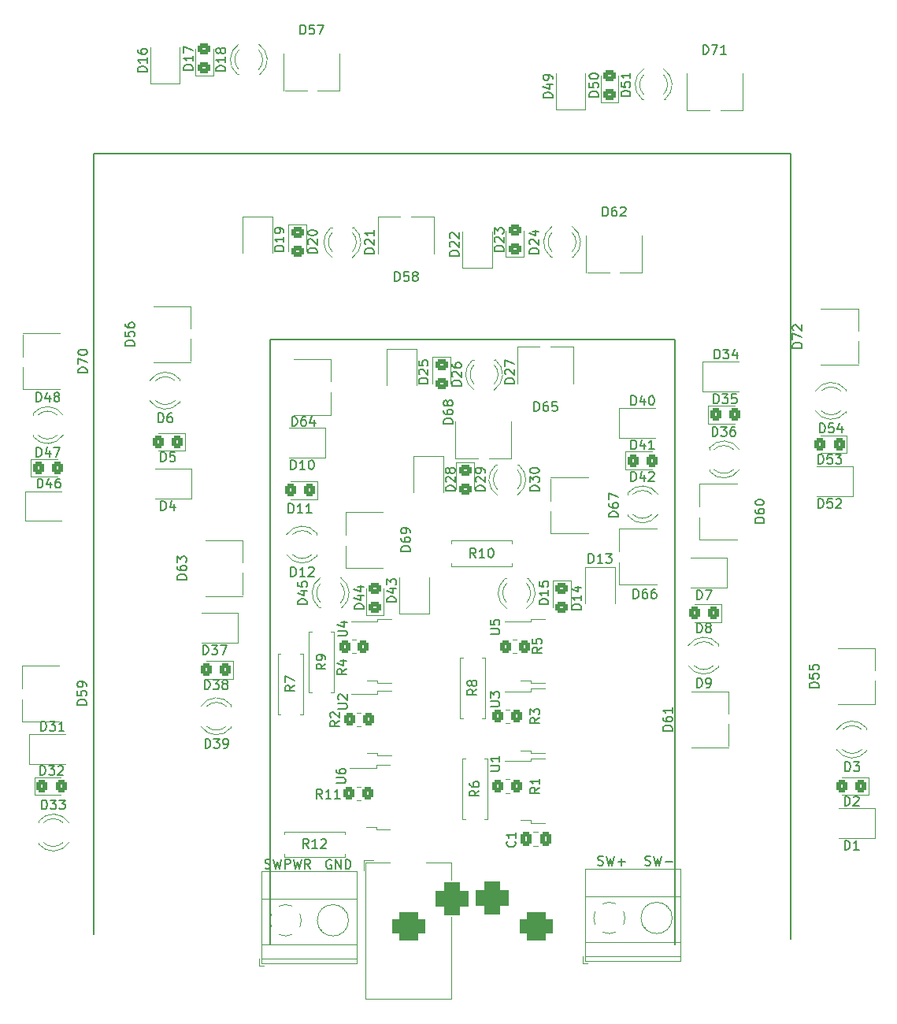
<source format=gbr>
%TF.GenerationSoftware,KiCad,Pcbnew,(6.0.11)*%
%TF.CreationDate,2023-05-29T13:54:52-05:00*%
%TF.ProjectId,LEDpanel,4c454470-616e-4656-9c2e-6b696361645f,rev?*%
%TF.SameCoordinates,Original*%
%TF.FileFunction,Legend,Top*%
%TF.FilePolarity,Positive*%
%FSLAX46Y46*%
G04 Gerber Fmt 4.6, Leading zero omitted, Abs format (unit mm)*
G04 Created by KiCad (PCBNEW (6.0.11)) date 2023-05-29 13:54:52*
%MOMM*%
%LPD*%
G01*
G04 APERTURE LIST*
G04 Aperture macros list*
%AMRoundRect*
0 Rectangle with rounded corners*
0 $1 Rounding radius*
0 $2 $3 $4 $5 $6 $7 $8 $9 X,Y pos of 4 corners*
0 Add a 4 corners polygon primitive as box body*
4,1,4,$2,$3,$4,$5,$6,$7,$8,$9,$2,$3,0*
0 Add four circle primitives for the rounded corners*
1,1,$1+$1,$2,$3*
1,1,$1+$1,$4,$5*
1,1,$1+$1,$6,$7*
1,1,$1+$1,$8,$9*
0 Add four rect primitives between the rounded corners*
20,1,$1+$1,$2,$3,$4,$5,0*
20,1,$1+$1,$4,$5,$6,$7,0*
20,1,$1+$1,$6,$7,$8,$9,0*
20,1,$1+$1,$8,$9,$2,$3,0*%
G04 Aperture macros list end*
%ADD10C,0.150000*%
%ADD11C,0.120000*%
%ADD12R,2.200000X1.200000*%
%ADD13R,6.400000X5.800000*%
%ADD14R,1.350000X5.000000*%
%ADD15R,1.300000X5.000000*%
%ADD16R,1.800000X1.800000*%
%ADD17C,1.800000*%
%ADD18RoundRect,0.250000X-0.325000X-0.450000X0.325000X-0.450000X0.325000X0.450000X-0.325000X0.450000X0*%
%ADD19R,5.000000X1.350000*%
%ADD20R,5.000000X1.300000*%
%ADD21R,3.500000X3.500000*%
%ADD22RoundRect,0.750000X1.000000X-0.750000X1.000000X0.750000X-1.000000X0.750000X-1.000000X-0.750000X0*%
%ADD23RoundRect,0.875000X0.875000X-0.875000X0.875000X0.875000X-0.875000X0.875000X-0.875000X-0.875000X0*%
%ADD24C,3.200000*%
%ADD25RoundRect,0.250000X-0.450000X0.325000X-0.450000X-0.325000X0.450000X-0.325000X0.450000X0.325000X0*%
%ADD26R,2.200000X2.500000*%
%ADD27R,2.200000X1.550000*%
%ADD28C,4.000000*%
%ADD29R,2.500000X2.200000*%
%ADD30R,1.550000X2.200000*%
%ADD31R,2.600000X2.600000*%
%ADD32C,2.600000*%
%ADD33RoundRect,0.250000X-0.350000X-0.450000X0.350000X-0.450000X0.350000X0.450000X-0.350000X0.450000X0*%
%ADD34RoundRect,0.250000X0.337500X0.475000X-0.337500X0.475000X-0.337500X-0.475000X0.337500X-0.475000X0*%
%ADD35RoundRect,0.250000X0.350000X0.450000X-0.350000X0.450000X-0.350000X-0.450000X0.350000X-0.450000X0*%
%ADD36RoundRect,0.250000X0.325000X0.450000X-0.325000X0.450000X-0.325000X-0.450000X0.325000X-0.450000X0*%
%ADD37RoundRect,0.250000X0.450000X-0.325000X0.450000X0.325000X-0.450000X0.325000X-0.450000X-0.325000X0*%
%ADD38C,1.600000*%
%ADD39O,1.600000X1.600000*%
G04 APERTURE END LIST*
D10*
X37500000Y-123930000D02*
X37500000Y-40000000D01*
X56500000Y-60000000D02*
X100000000Y-60000000D01*
X100000000Y-60000000D02*
X100000000Y-125000000D01*
X112500000Y-40000000D02*
X112500000Y-124460000D01*
X37500000Y-40000000D02*
X112500000Y-40000000D01*
X56500000Y-125000000D02*
X56500000Y-60000000D01*
X96821809Y-116482761D02*
X96964666Y-116530380D01*
X97202761Y-116530380D01*
X97298000Y-116482761D01*
X97345619Y-116435142D01*
X97393238Y-116339904D01*
X97393238Y-116244666D01*
X97345619Y-116149428D01*
X97298000Y-116101809D01*
X97202761Y-116054190D01*
X97012285Y-116006571D01*
X96917047Y-115958952D01*
X96869428Y-115911333D01*
X96821809Y-115816095D01*
X96821809Y-115720857D01*
X96869428Y-115625619D01*
X96917047Y-115578000D01*
X97012285Y-115530380D01*
X97250380Y-115530380D01*
X97393238Y-115578000D01*
X97726571Y-115530380D02*
X97964666Y-116530380D01*
X98155142Y-115816095D01*
X98345619Y-116530380D01*
X98583714Y-115530380D01*
X98964666Y-116149428D02*
X99726571Y-116149428D01*
X63068095Y-115950000D02*
X62972857Y-115902380D01*
X62830000Y-115902380D01*
X62687142Y-115950000D01*
X62591904Y-116045238D01*
X62544285Y-116140476D01*
X62496666Y-116330952D01*
X62496666Y-116473809D01*
X62544285Y-116664285D01*
X62591904Y-116759523D01*
X62687142Y-116854761D01*
X62830000Y-116902380D01*
X62925238Y-116902380D01*
X63068095Y-116854761D01*
X63115714Y-116807142D01*
X63115714Y-116473809D01*
X62925238Y-116473809D01*
X63544285Y-116902380D02*
X63544285Y-115902380D01*
X64115714Y-116902380D01*
X64115714Y-115902380D01*
X64591904Y-116902380D02*
X64591904Y-115902380D01*
X64830000Y-115902380D01*
X64972857Y-115950000D01*
X65068095Y-116045238D01*
X65115714Y-116140476D01*
X65163333Y-116330952D01*
X65163333Y-116473809D01*
X65115714Y-116664285D01*
X65068095Y-116759523D01*
X64972857Y-116854761D01*
X64830000Y-116902380D01*
X64591904Y-116902380D01*
X55951428Y-116814761D02*
X56094285Y-116862380D01*
X56332380Y-116862380D01*
X56427619Y-116814761D01*
X56475238Y-116767142D01*
X56522857Y-116671904D01*
X56522857Y-116576666D01*
X56475238Y-116481428D01*
X56427619Y-116433809D01*
X56332380Y-116386190D01*
X56141904Y-116338571D01*
X56046666Y-116290952D01*
X55999047Y-116243333D01*
X55951428Y-116148095D01*
X55951428Y-116052857D01*
X55999047Y-115957619D01*
X56046666Y-115910000D01*
X56141904Y-115862380D01*
X56380000Y-115862380D01*
X56522857Y-115910000D01*
X56856190Y-115862380D02*
X57094285Y-116862380D01*
X57284761Y-116148095D01*
X57475238Y-116862380D01*
X57713333Y-115862380D01*
X58094285Y-116862380D02*
X58094285Y-115862380D01*
X58475238Y-115862380D01*
X58570476Y-115910000D01*
X58618095Y-115957619D01*
X58665714Y-116052857D01*
X58665714Y-116195714D01*
X58618095Y-116290952D01*
X58570476Y-116338571D01*
X58475238Y-116386190D01*
X58094285Y-116386190D01*
X58999047Y-115862380D02*
X59237142Y-116862380D01*
X59427619Y-116148095D01*
X59618095Y-116862380D01*
X59856190Y-115862380D01*
X60808571Y-116862380D02*
X60475238Y-116386190D01*
X60237142Y-116862380D02*
X60237142Y-115862380D01*
X60618095Y-115862380D01*
X60713333Y-115910000D01*
X60760952Y-115957619D01*
X60808571Y-116052857D01*
X60808571Y-116195714D01*
X60760952Y-116290952D01*
X60713333Y-116338571D01*
X60618095Y-116386190D01*
X60237142Y-116386190D01*
X91741809Y-116482761D02*
X91884666Y-116530380D01*
X92122761Y-116530380D01*
X92218000Y-116482761D01*
X92265619Y-116435142D01*
X92313238Y-116339904D01*
X92313238Y-116244666D01*
X92265619Y-116149428D01*
X92218000Y-116101809D01*
X92122761Y-116054190D01*
X91932285Y-116006571D01*
X91837047Y-115958952D01*
X91789428Y-115911333D01*
X91741809Y-115816095D01*
X91741809Y-115720857D01*
X91789428Y-115625619D01*
X91837047Y-115578000D01*
X91932285Y-115530380D01*
X92170380Y-115530380D01*
X92313238Y-115578000D01*
X92646571Y-115530380D02*
X92884666Y-116530380D01*
X93075142Y-115816095D01*
X93265619Y-116530380D01*
X93503714Y-115530380D01*
X93884666Y-116149428D02*
X94646571Y-116149428D01*
X94265619Y-116530380D02*
X94265619Y-115768476D01*
%TO.C,U2*%
X63777380Y-99711904D02*
X64586904Y-99711904D01*
X64682142Y-99664285D01*
X64729761Y-99616666D01*
X64777380Y-99521428D01*
X64777380Y-99330952D01*
X64729761Y-99235714D01*
X64682142Y-99188095D01*
X64586904Y-99140476D01*
X63777380Y-99140476D01*
X63872619Y-98711904D02*
X63825000Y-98664285D01*
X63777380Y-98569047D01*
X63777380Y-98330952D01*
X63825000Y-98235714D01*
X63872619Y-98188095D01*
X63967857Y-98140476D01*
X64063095Y-98140476D01*
X64205952Y-98188095D01*
X64777380Y-98759523D01*
X64777380Y-98140476D01*
%TO.C,D63*%
X47498380Y-85796285D02*
X46498380Y-85796285D01*
X46498380Y-85558190D01*
X46546000Y-85415333D01*
X46641238Y-85320095D01*
X46736476Y-85272476D01*
X46926952Y-85224857D01*
X47069809Y-85224857D01*
X47260285Y-85272476D01*
X47355523Y-85320095D01*
X47450761Y-85415333D01*
X47498380Y-85558190D01*
X47498380Y-85796285D01*
X46498380Y-84367714D02*
X46498380Y-84558190D01*
X46546000Y-84653428D01*
X46593619Y-84701047D01*
X46736476Y-84796285D01*
X46926952Y-84843904D01*
X47307904Y-84843904D01*
X47403142Y-84796285D01*
X47450761Y-84748666D01*
X47498380Y-84653428D01*
X47498380Y-84462952D01*
X47450761Y-84367714D01*
X47403142Y-84320095D01*
X47307904Y-84272476D01*
X47069809Y-84272476D01*
X46974571Y-84320095D01*
X46926952Y-84367714D01*
X46879333Y-84462952D01*
X46879333Y-84653428D01*
X46926952Y-84748666D01*
X46974571Y-84796285D01*
X47069809Y-84843904D01*
X46498380Y-83939142D02*
X46498380Y-83320095D01*
X46879333Y-83653428D01*
X46879333Y-83510571D01*
X46926952Y-83415333D01*
X46974571Y-83367714D01*
X47069809Y-83320095D01*
X47307904Y-83320095D01*
X47403142Y-83367714D01*
X47450761Y-83415333D01*
X47498380Y-83510571D01*
X47498380Y-83796285D01*
X47450761Y-83891523D01*
X47403142Y-83939142D01*
%TO.C,D18*%
X51692380Y-31144285D02*
X50692380Y-31144285D01*
X50692380Y-30906190D01*
X50740000Y-30763333D01*
X50835238Y-30668095D01*
X50930476Y-30620476D01*
X51120952Y-30572857D01*
X51263809Y-30572857D01*
X51454285Y-30620476D01*
X51549523Y-30668095D01*
X51644761Y-30763333D01*
X51692380Y-30906190D01*
X51692380Y-31144285D01*
X51692380Y-29620476D02*
X51692380Y-30191904D01*
X51692380Y-29906190D02*
X50692380Y-29906190D01*
X50835238Y-30001428D01*
X50930476Y-30096666D01*
X50978095Y-30191904D01*
X51120952Y-29049047D02*
X51073333Y-29144285D01*
X51025714Y-29191904D01*
X50930476Y-29239523D01*
X50882857Y-29239523D01*
X50787619Y-29191904D01*
X50740000Y-29144285D01*
X50692380Y-29049047D01*
X50692380Y-28858571D01*
X50740000Y-28763333D01*
X50787619Y-28715714D01*
X50882857Y-28668095D01*
X50930476Y-28668095D01*
X51025714Y-28715714D01*
X51073333Y-28763333D01*
X51120952Y-28858571D01*
X51120952Y-29049047D01*
X51168571Y-29144285D01*
X51216190Y-29191904D01*
X51311428Y-29239523D01*
X51501904Y-29239523D01*
X51597142Y-29191904D01*
X51644761Y-29144285D01*
X51692380Y-29049047D01*
X51692380Y-28858571D01*
X51644761Y-28763333D01*
X51597142Y-28715714D01*
X51501904Y-28668095D01*
X51311428Y-28668095D01*
X51216190Y-28715714D01*
X51168571Y-28763333D01*
X51120952Y-28858571D01*
%TO.C,D32*%
X31785714Y-106802380D02*
X31785714Y-105802380D01*
X32023809Y-105802380D01*
X32166666Y-105850000D01*
X32261904Y-105945238D01*
X32309523Y-106040476D01*
X32357142Y-106230952D01*
X32357142Y-106373809D01*
X32309523Y-106564285D01*
X32261904Y-106659523D01*
X32166666Y-106754761D01*
X32023809Y-106802380D01*
X31785714Y-106802380D01*
X32690476Y-105802380D02*
X33309523Y-105802380D01*
X32976190Y-106183333D01*
X33119047Y-106183333D01*
X33214285Y-106230952D01*
X33261904Y-106278571D01*
X33309523Y-106373809D01*
X33309523Y-106611904D01*
X33261904Y-106707142D01*
X33214285Y-106754761D01*
X33119047Y-106802380D01*
X32833333Y-106802380D01*
X32738095Y-106754761D01*
X32690476Y-106707142D01*
X33690476Y-105897619D02*
X33738095Y-105850000D01*
X33833333Y-105802380D01*
X34071428Y-105802380D01*
X34166666Y-105850000D01*
X34214285Y-105897619D01*
X34261904Y-105992857D01*
X34261904Y-106088095D01*
X34214285Y-106230952D01*
X33642857Y-106802380D01*
X34261904Y-106802380D01*
%TO.C,D65*%
X84891714Y-67706380D02*
X84891714Y-66706380D01*
X85129809Y-66706380D01*
X85272666Y-66754000D01*
X85367904Y-66849238D01*
X85415523Y-66944476D01*
X85463142Y-67134952D01*
X85463142Y-67277809D01*
X85415523Y-67468285D01*
X85367904Y-67563523D01*
X85272666Y-67658761D01*
X85129809Y-67706380D01*
X84891714Y-67706380D01*
X86320285Y-66706380D02*
X86129809Y-66706380D01*
X86034571Y-66754000D01*
X85986952Y-66801619D01*
X85891714Y-66944476D01*
X85844095Y-67134952D01*
X85844095Y-67515904D01*
X85891714Y-67611142D01*
X85939333Y-67658761D01*
X86034571Y-67706380D01*
X86225047Y-67706380D01*
X86320285Y-67658761D01*
X86367904Y-67611142D01*
X86415523Y-67515904D01*
X86415523Y-67277809D01*
X86367904Y-67182571D01*
X86320285Y-67134952D01*
X86225047Y-67087333D01*
X86034571Y-67087333D01*
X85939333Y-67134952D01*
X85891714Y-67182571D01*
X85844095Y-67277809D01*
X87320285Y-66706380D02*
X86844095Y-66706380D01*
X86796476Y-67182571D01*
X86844095Y-67134952D01*
X86939333Y-67087333D01*
X87177428Y-67087333D01*
X87272666Y-67134952D01*
X87320285Y-67182571D01*
X87367904Y-67277809D01*
X87367904Y-67515904D01*
X87320285Y-67611142D01*
X87272666Y-67658761D01*
X87177428Y-67706380D01*
X86939333Y-67706380D01*
X86844095Y-67658761D01*
X86796476Y-67611142D01*
%TO.C,D3*%
X118326904Y-106412380D02*
X118326904Y-105412380D01*
X118565000Y-105412380D01*
X118707857Y-105460000D01*
X118803095Y-105555238D01*
X118850714Y-105650476D01*
X118898333Y-105840952D01*
X118898333Y-105983809D01*
X118850714Y-106174285D01*
X118803095Y-106269523D01*
X118707857Y-106364761D01*
X118565000Y-106412380D01*
X118326904Y-106412380D01*
X119231666Y-105412380D02*
X119850714Y-105412380D01*
X119517380Y-105793333D01*
X119660238Y-105793333D01*
X119755476Y-105840952D01*
X119803095Y-105888571D01*
X119850714Y-105983809D01*
X119850714Y-106221904D01*
X119803095Y-106317142D01*
X119755476Y-106364761D01*
X119660238Y-106412380D01*
X119374523Y-106412380D01*
X119279285Y-106364761D01*
X119231666Y-106317142D01*
%TO.C,D29*%
X79572380Y-76271285D02*
X78572380Y-76271285D01*
X78572380Y-76033190D01*
X78620000Y-75890333D01*
X78715238Y-75795095D01*
X78810476Y-75747476D01*
X79000952Y-75699857D01*
X79143809Y-75699857D01*
X79334285Y-75747476D01*
X79429523Y-75795095D01*
X79524761Y-75890333D01*
X79572380Y-76033190D01*
X79572380Y-76271285D01*
X78667619Y-75318904D02*
X78620000Y-75271285D01*
X78572380Y-75176047D01*
X78572380Y-74937952D01*
X78620000Y-74842714D01*
X78667619Y-74795095D01*
X78762857Y-74747476D01*
X78858095Y-74747476D01*
X79000952Y-74795095D01*
X79572380Y-75366523D01*
X79572380Y-74747476D01*
X79572380Y-74271285D02*
X79572380Y-74080809D01*
X79524761Y-73985571D01*
X79477142Y-73937952D01*
X79334285Y-73842714D01*
X79143809Y-73795095D01*
X78762857Y-73795095D01*
X78667619Y-73842714D01*
X78620000Y-73890333D01*
X78572380Y-73985571D01*
X78572380Y-74176047D01*
X78620000Y-74271285D01*
X78667619Y-74318904D01*
X78762857Y-74366523D01*
X79000952Y-74366523D01*
X79096190Y-74318904D01*
X79143809Y-74271285D01*
X79191428Y-74176047D01*
X79191428Y-73985571D01*
X79143809Y-73890333D01*
X79096190Y-73842714D01*
X79000952Y-73795095D01*
%TO.C,D58*%
X69905714Y-53736380D02*
X69905714Y-52736380D01*
X70143809Y-52736380D01*
X70286666Y-52784000D01*
X70381904Y-52879238D01*
X70429523Y-52974476D01*
X70477142Y-53164952D01*
X70477142Y-53307809D01*
X70429523Y-53498285D01*
X70381904Y-53593523D01*
X70286666Y-53688761D01*
X70143809Y-53736380D01*
X69905714Y-53736380D01*
X71381904Y-52736380D02*
X70905714Y-52736380D01*
X70858095Y-53212571D01*
X70905714Y-53164952D01*
X71000952Y-53117333D01*
X71239047Y-53117333D01*
X71334285Y-53164952D01*
X71381904Y-53212571D01*
X71429523Y-53307809D01*
X71429523Y-53545904D01*
X71381904Y-53641142D01*
X71334285Y-53688761D01*
X71239047Y-53736380D01*
X71000952Y-53736380D01*
X70905714Y-53688761D01*
X70858095Y-53641142D01*
X72000952Y-53164952D02*
X71905714Y-53117333D01*
X71858095Y-53069714D01*
X71810476Y-52974476D01*
X71810476Y-52926857D01*
X71858095Y-52831619D01*
X71905714Y-52784000D01*
X72000952Y-52736380D01*
X72191428Y-52736380D01*
X72286666Y-52784000D01*
X72334285Y-52831619D01*
X72381904Y-52926857D01*
X72381904Y-52974476D01*
X72334285Y-53069714D01*
X72286666Y-53117333D01*
X72191428Y-53164952D01*
X72000952Y-53164952D01*
X71905714Y-53212571D01*
X71858095Y-53260190D01*
X71810476Y-53355428D01*
X71810476Y-53545904D01*
X71858095Y-53641142D01*
X71905714Y-53688761D01*
X72000952Y-53736380D01*
X72191428Y-53736380D01*
X72286666Y-53688761D01*
X72334285Y-53641142D01*
X72381904Y-53545904D01*
X72381904Y-53355428D01*
X72334285Y-53260190D01*
X72286666Y-53212571D01*
X72191428Y-53164952D01*
%TO.C,D49*%
X86852380Y-34014285D02*
X85852380Y-34014285D01*
X85852380Y-33776190D01*
X85900000Y-33633333D01*
X85995238Y-33538095D01*
X86090476Y-33490476D01*
X86280952Y-33442857D01*
X86423809Y-33442857D01*
X86614285Y-33490476D01*
X86709523Y-33538095D01*
X86804761Y-33633333D01*
X86852380Y-33776190D01*
X86852380Y-34014285D01*
X86185714Y-32585714D02*
X86852380Y-32585714D01*
X85804761Y-32823809D02*
X86519047Y-33061904D01*
X86519047Y-32442857D01*
X86852380Y-32014285D02*
X86852380Y-31823809D01*
X86804761Y-31728571D01*
X86757142Y-31680952D01*
X86614285Y-31585714D01*
X86423809Y-31538095D01*
X86042857Y-31538095D01*
X85947619Y-31585714D01*
X85900000Y-31633333D01*
X85852380Y-31728571D01*
X85852380Y-31919047D01*
X85900000Y-32014285D01*
X85947619Y-32061904D01*
X86042857Y-32109523D01*
X86280952Y-32109523D01*
X86376190Y-32061904D01*
X86423809Y-32014285D01*
X86471428Y-31919047D01*
X86471428Y-31728571D01*
X86423809Y-31633333D01*
X86376190Y-31585714D01*
X86280952Y-31538095D01*
%TO.C,D9*%
X102385904Y-97392380D02*
X102385904Y-96392380D01*
X102624000Y-96392380D01*
X102766857Y-96440000D01*
X102862095Y-96535238D01*
X102909714Y-96630476D01*
X102957333Y-96820952D01*
X102957333Y-96963809D01*
X102909714Y-97154285D01*
X102862095Y-97249523D01*
X102766857Y-97344761D01*
X102624000Y-97392380D01*
X102385904Y-97392380D01*
X103433523Y-97392380D02*
X103624000Y-97392380D01*
X103719238Y-97344761D01*
X103766857Y-97297142D01*
X103862095Y-97154285D01*
X103909714Y-96963809D01*
X103909714Y-96582857D01*
X103862095Y-96487619D01*
X103814476Y-96440000D01*
X103719238Y-96392380D01*
X103528761Y-96392380D01*
X103433523Y-96440000D01*
X103385904Y-96487619D01*
X103338285Y-96582857D01*
X103338285Y-96820952D01*
X103385904Y-96916190D01*
X103433523Y-96963809D01*
X103528761Y-97011428D01*
X103719238Y-97011428D01*
X103814476Y-96963809D01*
X103862095Y-96916190D01*
X103909714Y-96820952D01*
%TO.C,D45*%
X60492380Y-88469285D02*
X59492380Y-88469285D01*
X59492380Y-88231190D01*
X59540000Y-88088333D01*
X59635238Y-87993095D01*
X59730476Y-87945476D01*
X59920952Y-87897857D01*
X60063809Y-87897857D01*
X60254285Y-87945476D01*
X60349523Y-87993095D01*
X60444761Y-88088333D01*
X60492380Y-88231190D01*
X60492380Y-88469285D01*
X59825714Y-87040714D02*
X60492380Y-87040714D01*
X59444761Y-87278809D02*
X60159047Y-87516904D01*
X60159047Y-86897857D01*
X59492380Y-86040714D02*
X59492380Y-86516904D01*
X59968571Y-86564523D01*
X59920952Y-86516904D01*
X59873333Y-86421666D01*
X59873333Y-86183571D01*
X59920952Y-86088333D01*
X59968571Y-86040714D01*
X60063809Y-85993095D01*
X60301904Y-85993095D01*
X60397142Y-86040714D01*
X60444761Y-86088333D01*
X60492380Y-86183571D01*
X60492380Y-86421666D01*
X60444761Y-86516904D01*
X60397142Y-86564523D01*
%TO.C,D22*%
X76792380Y-50998285D02*
X75792380Y-50998285D01*
X75792380Y-50760190D01*
X75840000Y-50617333D01*
X75935238Y-50522095D01*
X76030476Y-50474476D01*
X76220952Y-50426857D01*
X76363809Y-50426857D01*
X76554285Y-50474476D01*
X76649523Y-50522095D01*
X76744761Y-50617333D01*
X76792380Y-50760190D01*
X76792380Y-50998285D01*
X75887619Y-50045904D02*
X75840000Y-49998285D01*
X75792380Y-49903047D01*
X75792380Y-49664952D01*
X75840000Y-49569714D01*
X75887619Y-49522095D01*
X75982857Y-49474476D01*
X76078095Y-49474476D01*
X76220952Y-49522095D01*
X76792380Y-50093523D01*
X76792380Y-49474476D01*
X75887619Y-49093523D02*
X75840000Y-49045904D01*
X75792380Y-48950666D01*
X75792380Y-48712571D01*
X75840000Y-48617333D01*
X75887619Y-48569714D01*
X75982857Y-48522095D01*
X76078095Y-48522095D01*
X76220952Y-48569714D01*
X76792380Y-49141142D01*
X76792380Y-48522095D01*
%TO.C,D60*%
X109616380Y-79700285D02*
X108616380Y-79700285D01*
X108616380Y-79462190D01*
X108664000Y-79319333D01*
X108759238Y-79224095D01*
X108854476Y-79176476D01*
X109044952Y-79128857D01*
X109187809Y-79128857D01*
X109378285Y-79176476D01*
X109473523Y-79224095D01*
X109568761Y-79319333D01*
X109616380Y-79462190D01*
X109616380Y-79700285D01*
X108616380Y-78271714D02*
X108616380Y-78462190D01*
X108664000Y-78557428D01*
X108711619Y-78605047D01*
X108854476Y-78700285D01*
X109044952Y-78747904D01*
X109425904Y-78747904D01*
X109521142Y-78700285D01*
X109568761Y-78652666D01*
X109616380Y-78557428D01*
X109616380Y-78366952D01*
X109568761Y-78271714D01*
X109521142Y-78224095D01*
X109425904Y-78176476D01*
X109187809Y-78176476D01*
X109092571Y-78224095D01*
X109044952Y-78271714D01*
X108997333Y-78366952D01*
X108997333Y-78557428D01*
X109044952Y-78652666D01*
X109092571Y-78700285D01*
X109187809Y-78747904D01*
X108616380Y-77557428D02*
X108616380Y-77462190D01*
X108664000Y-77366952D01*
X108711619Y-77319333D01*
X108806857Y-77271714D01*
X108997333Y-77224095D01*
X109235428Y-77224095D01*
X109425904Y-77271714D01*
X109521142Y-77319333D01*
X109568761Y-77366952D01*
X109616380Y-77462190D01*
X109616380Y-77557428D01*
X109568761Y-77652666D01*
X109521142Y-77700285D01*
X109425904Y-77747904D01*
X109235428Y-77795523D01*
X108997333Y-77795523D01*
X108806857Y-77747904D01*
X108711619Y-77700285D01*
X108664000Y-77652666D01*
X108616380Y-77557428D01*
%TO.C,D26*%
X77032380Y-64968285D02*
X76032380Y-64968285D01*
X76032380Y-64730190D01*
X76080000Y-64587333D01*
X76175238Y-64492095D01*
X76270476Y-64444476D01*
X76460952Y-64396857D01*
X76603809Y-64396857D01*
X76794285Y-64444476D01*
X76889523Y-64492095D01*
X76984761Y-64587333D01*
X77032380Y-64730190D01*
X77032380Y-64968285D01*
X76127619Y-64015904D02*
X76080000Y-63968285D01*
X76032380Y-63873047D01*
X76032380Y-63634952D01*
X76080000Y-63539714D01*
X76127619Y-63492095D01*
X76222857Y-63444476D01*
X76318095Y-63444476D01*
X76460952Y-63492095D01*
X77032380Y-64063523D01*
X77032380Y-63444476D01*
X76032380Y-62587333D02*
X76032380Y-62777809D01*
X76080000Y-62873047D01*
X76127619Y-62920666D01*
X76270476Y-63015904D01*
X76460952Y-63063523D01*
X76841904Y-63063523D01*
X76937142Y-63015904D01*
X76984761Y-62968285D01*
X77032380Y-62873047D01*
X77032380Y-62682571D01*
X76984761Y-62587333D01*
X76937142Y-62539714D01*
X76841904Y-62492095D01*
X76603809Y-62492095D01*
X76508571Y-62539714D01*
X76460952Y-62587333D01*
X76413333Y-62682571D01*
X76413333Y-62873047D01*
X76460952Y-62968285D01*
X76508571Y-63015904D01*
X76603809Y-63063523D01*
%TO.C,D25*%
X73464380Y-64714285D02*
X72464380Y-64714285D01*
X72464380Y-64476190D01*
X72512000Y-64333333D01*
X72607238Y-64238095D01*
X72702476Y-64190476D01*
X72892952Y-64142857D01*
X73035809Y-64142857D01*
X73226285Y-64190476D01*
X73321523Y-64238095D01*
X73416761Y-64333333D01*
X73464380Y-64476190D01*
X73464380Y-64714285D01*
X72559619Y-63761904D02*
X72512000Y-63714285D01*
X72464380Y-63619047D01*
X72464380Y-63380952D01*
X72512000Y-63285714D01*
X72559619Y-63238095D01*
X72654857Y-63190476D01*
X72750095Y-63190476D01*
X72892952Y-63238095D01*
X73464380Y-63809523D01*
X73464380Y-63190476D01*
X72464380Y-62285714D02*
X72464380Y-62761904D01*
X72940571Y-62809523D01*
X72892952Y-62761904D01*
X72845333Y-62666666D01*
X72845333Y-62428571D01*
X72892952Y-62333333D01*
X72940571Y-62285714D01*
X73035809Y-62238095D01*
X73273904Y-62238095D01*
X73369142Y-62285714D01*
X73416761Y-62333333D01*
X73464380Y-62428571D01*
X73464380Y-62666666D01*
X73416761Y-62761904D01*
X73369142Y-62809523D01*
%TO.C,D35*%
X104195714Y-66874380D02*
X104195714Y-65874380D01*
X104433809Y-65874380D01*
X104576666Y-65922000D01*
X104671904Y-66017238D01*
X104719523Y-66112476D01*
X104767142Y-66302952D01*
X104767142Y-66445809D01*
X104719523Y-66636285D01*
X104671904Y-66731523D01*
X104576666Y-66826761D01*
X104433809Y-66874380D01*
X104195714Y-66874380D01*
X105100476Y-65874380D02*
X105719523Y-65874380D01*
X105386190Y-66255333D01*
X105529047Y-66255333D01*
X105624285Y-66302952D01*
X105671904Y-66350571D01*
X105719523Y-66445809D01*
X105719523Y-66683904D01*
X105671904Y-66779142D01*
X105624285Y-66826761D01*
X105529047Y-66874380D01*
X105243333Y-66874380D01*
X105148095Y-66826761D01*
X105100476Y-66779142D01*
X106624285Y-65874380D02*
X106148095Y-65874380D01*
X106100476Y-66350571D01*
X106148095Y-66302952D01*
X106243333Y-66255333D01*
X106481428Y-66255333D01*
X106576666Y-66302952D01*
X106624285Y-66350571D01*
X106671904Y-66445809D01*
X106671904Y-66683904D01*
X106624285Y-66779142D01*
X106576666Y-66826761D01*
X106481428Y-66874380D01*
X106243333Y-66874380D01*
X106148095Y-66826761D01*
X106100476Y-66779142D01*
%TO.C,U4*%
X63752380Y-91861904D02*
X64561904Y-91861904D01*
X64657142Y-91814285D01*
X64704761Y-91766666D01*
X64752380Y-91671428D01*
X64752380Y-91480952D01*
X64704761Y-91385714D01*
X64657142Y-91338095D01*
X64561904Y-91290476D01*
X63752380Y-91290476D01*
X64085714Y-90385714D02*
X64752380Y-90385714D01*
X63704761Y-90623809D02*
X64419047Y-90861904D01*
X64419047Y-90242857D01*
%TO.C,D40*%
X95305714Y-67052380D02*
X95305714Y-66052380D01*
X95543809Y-66052380D01*
X95686666Y-66100000D01*
X95781904Y-66195238D01*
X95829523Y-66290476D01*
X95877142Y-66480952D01*
X95877142Y-66623809D01*
X95829523Y-66814285D01*
X95781904Y-66909523D01*
X95686666Y-67004761D01*
X95543809Y-67052380D01*
X95305714Y-67052380D01*
X96734285Y-66385714D02*
X96734285Y-67052380D01*
X96496190Y-66004761D02*
X96258095Y-66719047D01*
X96877142Y-66719047D01*
X97448571Y-66052380D02*
X97543809Y-66052380D01*
X97639047Y-66100000D01*
X97686666Y-66147619D01*
X97734285Y-66242857D01*
X97781904Y-66433333D01*
X97781904Y-66671428D01*
X97734285Y-66861904D01*
X97686666Y-66957142D01*
X97639047Y-67004761D01*
X97543809Y-67052380D01*
X97448571Y-67052380D01*
X97353333Y-67004761D01*
X97305714Y-66957142D01*
X97258095Y-66861904D01*
X97210476Y-66671428D01*
X97210476Y-66433333D01*
X97258095Y-66242857D01*
X97305714Y-66147619D01*
X97353333Y-66100000D01*
X97448571Y-66052380D01*
%TO.C,D13*%
X90733714Y-84018380D02*
X90733714Y-83018380D01*
X90971809Y-83018380D01*
X91114666Y-83066000D01*
X91209904Y-83161238D01*
X91257523Y-83256476D01*
X91305142Y-83446952D01*
X91305142Y-83589809D01*
X91257523Y-83780285D01*
X91209904Y-83875523D01*
X91114666Y-83970761D01*
X90971809Y-84018380D01*
X90733714Y-84018380D01*
X92257523Y-84018380D02*
X91686095Y-84018380D01*
X91971809Y-84018380D02*
X91971809Y-83018380D01*
X91876571Y-83161238D01*
X91781333Y-83256476D01*
X91686095Y-83304095D01*
X92590857Y-83018380D02*
X93209904Y-83018380D01*
X92876571Y-83399333D01*
X93019428Y-83399333D01*
X93114666Y-83446952D01*
X93162285Y-83494571D01*
X93209904Y-83589809D01*
X93209904Y-83827904D01*
X93162285Y-83923142D01*
X93114666Y-83970761D01*
X93019428Y-84018380D01*
X92733714Y-84018380D01*
X92638476Y-83970761D01*
X92590857Y-83923142D01*
%TO.C,D39*%
X49515714Y-103912380D02*
X49515714Y-102912380D01*
X49753809Y-102912380D01*
X49896666Y-102960000D01*
X49991904Y-103055238D01*
X50039523Y-103150476D01*
X50087142Y-103340952D01*
X50087142Y-103483809D01*
X50039523Y-103674285D01*
X49991904Y-103769523D01*
X49896666Y-103864761D01*
X49753809Y-103912380D01*
X49515714Y-103912380D01*
X50420476Y-102912380D02*
X51039523Y-102912380D01*
X50706190Y-103293333D01*
X50849047Y-103293333D01*
X50944285Y-103340952D01*
X50991904Y-103388571D01*
X51039523Y-103483809D01*
X51039523Y-103721904D01*
X50991904Y-103817142D01*
X50944285Y-103864761D01*
X50849047Y-103912380D01*
X50563333Y-103912380D01*
X50468095Y-103864761D01*
X50420476Y-103817142D01*
X51515714Y-103912380D02*
X51706190Y-103912380D01*
X51801428Y-103864761D01*
X51849047Y-103817142D01*
X51944285Y-103674285D01*
X51991904Y-103483809D01*
X51991904Y-103102857D01*
X51944285Y-103007619D01*
X51896666Y-102960000D01*
X51801428Y-102912380D01*
X51610952Y-102912380D01*
X51515714Y-102960000D01*
X51468095Y-103007619D01*
X51420476Y-103102857D01*
X51420476Y-103340952D01*
X51468095Y-103436190D01*
X51515714Y-103483809D01*
X51610952Y-103531428D01*
X51801428Y-103531428D01*
X51896666Y-103483809D01*
X51944285Y-103436190D01*
X51991904Y-103340952D01*
%TO.C,U1*%
X80177380Y-106361904D02*
X80986904Y-106361904D01*
X81082142Y-106314285D01*
X81129761Y-106266666D01*
X81177380Y-106171428D01*
X81177380Y-105980952D01*
X81129761Y-105885714D01*
X81082142Y-105838095D01*
X80986904Y-105790476D01*
X80177380Y-105790476D01*
X81177380Y-104790476D02*
X81177380Y-105361904D01*
X81177380Y-105076190D02*
X80177380Y-105076190D01*
X80320238Y-105171428D01*
X80415476Y-105266666D01*
X80463095Y-105361904D01*
%TO.C,R3*%
X85452380Y-100666666D02*
X84976190Y-101000000D01*
X85452380Y-101238095D02*
X84452380Y-101238095D01*
X84452380Y-100857142D01*
X84500000Y-100761904D01*
X84547619Y-100714285D01*
X84642857Y-100666666D01*
X84785714Y-100666666D01*
X84880952Y-100714285D01*
X84928571Y-100761904D01*
X84976190Y-100857142D01*
X84976190Y-101238095D01*
X84452380Y-100333333D02*
X84452380Y-99714285D01*
X84833333Y-100047619D01*
X84833333Y-99904761D01*
X84880952Y-99809523D01*
X84928571Y-99761904D01*
X85023809Y-99714285D01*
X85261904Y-99714285D01*
X85357142Y-99761904D01*
X85404761Y-99809523D01*
X85452380Y-99904761D01*
X85452380Y-100190476D01*
X85404761Y-100285714D01*
X85357142Y-100333333D01*
%TO.C,D46*%
X31485714Y-75952380D02*
X31485714Y-74952380D01*
X31723809Y-74952380D01*
X31866666Y-75000000D01*
X31961904Y-75095238D01*
X32009523Y-75190476D01*
X32057142Y-75380952D01*
X32057142Y-75523809D01*
X32009523Y-75714285D01*
X31961904Y-75809523D01*
X31866666Y-75904761D01*
X31723809Y-75952380D01*
X31485714Y-75952380D01*
X32914285Y-75285714D02*
X32914285Y-75952380D01*
X32676190Y-74904761D02*
X32438095Y-75619047D01*
X33057142Y-75619047D01*
X33866666Y-74952380D02*
X33676190Y-74952380D01*
X33580952Y-75000000D01*
X33533333Y-75047619D01*
X33438095Y-75190476D01*
X33390476Y-75380952D01*
X33390476Y-75761904D01*
X33438095Y-75857142D01*
X33485714Y-75904761D01*
X33580952Y-75952380D01*
X33771428Y-75952380D01*
X33866666Y-75904761D01*
X33914285Y-75857142D01*
X33961904Y-75761904D01*
X33961904Y-75523809D01*
X33914285Y-75428571D01*
X33866666Y-75380952D01*
X33771428Y-75333333D01*
X33580952Y-75333333D01*
X33485714Y-75380952D01*
X33438095Y-75428571D01*
X33390476Y-75523809D01*
%TO.C,D37*%
X49285714Y-93852380D02*
X49285714Y-92852380D01*
X49523809Y-92852380D01*
X49666666Y-92900000D01*
X49761904Y-92995238D01*
X49809523Y-93090476D01*
X49857142Y-93280952D01*
X49857142Y-93423809D01*
X49809523Y-93614285D01*
X49761904Y-93709523D01*
X49666666Y-93804761D01*
X49523809Y-93852380D01*
X49285714Y-93852380D01*
X50190476Y-92852380D02*
X50809523Y-92852380D01*
X50476190Y-93233333D01*
X50619047Y-93233333D01*
X50714285Y-93280952D01*
X50761904Y-93328571D01*
X50809523Y-93423809D01*
X50809523Y-93661904D01*
X50761904Y-93757142D01*
X50714285Y-93804761D01*
X50619047Y-93852380D01*
X50333333Y-93852380D01*
X50238095Y-93804761D01*
X50190476Y-93757142D01*
X51142857Y-92852380D02*
X51809523Y-92852380D01*
X51380952Y-93852380D01*
%TO.C,R1*%
X85452380Y-108166666D02*
X84976190Y-108500000D01*
X85452380Y-108738095D02*
X84452380Y-108738095D01*
X84452380Y-108357142D01*
X84500000Y-108261904D01*
X84547619Y-108214285D01*
X84642857Y-108166666D01*
X84785714Y-108166666D01*
X84880952Y-108214285D01*
X84928571Y-108261904D01*
X84976190Y-108357142D01*
X84976190Y-108738095D01*
X85452380Y-107214285D02*
X85452380Y-107785714D01*
X85452380Y-107500000D02*
X84452380Y-107500000D01*
X84595238Y-107595238D01*
X84690476Y-107690476D01*
X84738095Y-107785714D01*
%TO.C,C1*%
X82797042Y-113938266D02*
X82844661Y-113985885D01*
X82892280Y-114128742D01*
X82892280Y-114223980D01*
X82844661Y-114366838D01*
X82749423Y-114462076D01*
X82654185Y-114509695D01*
X82463709Y-114557314D01*
X82320852Y-114557314D01*
X82130376Y-114509695D01*
X82035138Y-114462076D01*
X81939900Y-114366838D01*
X81892280Y-114223980D01*
X81892280Y-114128742D01*
X81939900Y-113985885D01*
X81987519Y-113938266D01*
X82892280Y-112985885D02*
X82892280Y-113557314D01*
X82892280Y-113271600D02*
X81892280Y-113271600D01*
X82035138Y-113366838D01*
X82130376Y-113462076D01*
X82177995Y-113557314D01*
%TO.C,D16*%
X43252380Y-31214285D02*
X42252380Y-31214285D01*
X42252380Y-30976190D01*
X42300000Y-30833333D01*
X42395238Y-30738095D01*
X42490476Y-30690476D01*
X42680952Y-30642857D01*
X42823809Y-30642857D01*
X43014285Y-30690476D01*
X43109523Y-30738095D01*
X43204761Y-30833333D01*
X43252380Y-30976190D01*
X43252380Y-31214285D01*
X43252380Y-29690476D02*
X43252380Y-30261904D01*
X43252380Y-29976190D02*
X42252380Y-29976190D01*
X42395238Y-30071428D01*
X42490476Y-30166666D01*
X42538095Y-30261904D01*
X42252380Y-28833333D02*
X42252380Y-29023809D01*
X42300000Y-29119047D01*
X42347619Y-29166666D01*
X42490476Y-29261904D01*
X42680952Y-29309523D01*
X43061904Y-29309523D01*
X43157142Y-29261904D01*
X43204761Y-29214285D01*
X43252380Y-29119047D01*
X43252380Y-28928571D01*
X43204761Y-28833333D01*
X43157142Y-28785714D01*
X43061904Y-28738095D01*
X42823809Y-28738095D01*
X42728571Y-28785714D01*
X42680952Y-28833333D01*
X42633333Y-28928571D01*
X42633333Y-29119047D01*
X42680952Y-29214285D01*
X42728571Y-29261904D01*
X42823809Y-29309523D01*
%TO.C,R4*%
X64714380Y-95416666D02*
X64238190Y-95750000D01*
X64714380Y-95988095D02*
X63714380Y-95988095D01*
X63714380Y-95607142D01*
X63762000Y-95511904D01*
X63809619Y-95464285D01*
X63904857Y-95416666D01*
X64047714Y-95416666D01*
X64142952Y-95464285D01*
X64190571Y-95511904D01*
X64238190Y-95607142D01*
X64238190Y-95988095D01*
X64047714Y-94559523D02*
X64714380Y-94559523D01*
X63666761Y-94797619D02*
X64381047Y-95035714D01*
X64381047Y-94416666D01*
%TO.C,D62*%
X92257714Y-46736380D02*
X92257714Y-45736380D01*
X92495809Y-45736380D01*
X92638666Y-45784000D01*
X92733904Y-45879238D01*
X92781523Y-45974476D01*
X92829142Y-46164952D01*
X92829142Y-46307809D01*
X92781523Y-46498285D01*
X92733904Y-46593523D01*
X92638666Y-46688761D01*
X92495809Y-46736380D01*
X92257714Y-46736380D01*
X93686285Y-45736380D02*
X93495809Y-45736380D01*
X93400571Y-45784000D01*
X93352952Y-45831619D01*
X93257714Y-45974476D01*
X93210095Y-46164952D01*
X93210095Y-46545904D01*
X93257714Y-46641142D01*
X93305333Y-46688761D01*
X93400571Y-46736380D01*
X93591047Y-46736380D01*
X93686285Y-46688761D01*
X93733904Y-46641142D01*
X93781523Y-46545904D01*
X93781523Y-46307809D01*
X93733904Y-46212571D01*
X93686285Y-46164952D01*
X93591047Y-46117333D01*
X93400571Y-46117333D01*
X93305333Y-46164952D01*
X93257714Y-46212571D01*
X93210095Y-46307809D01*
X94162476Y-45831619D02*
X94210095Y-45784000D01*
X94305333Y-45736380D01*
X94543428Y-45736380D01*
X94638666Y-45784000D01*
X94686285Y-45831619D01*
X94733904Y-45926857D01*
X94733904Y-46022095D01*
X94686285Y-46164952D01*
X94114857Y-46736380D01*
X94733904Y-46736380D01*
%TO.C,D47*%
X31385714Y-72602380D02*
X31385714Y-71602380D01*
X31623809Y-71602380D01*
X31766666Y-71650000D01*
X31861904Y-71745238D01*
X31909523Y-71840476D01*
X31957142Y-72030952D01*
X31957142Y-72173809D01*
X31909523Y-72364285D01*
X31861904Y-72459523D01*
X31766666Y-72554761D01*
X31623809Y-72602380D01*
X31385714Y-72602380D01*
X32814285Y-71935714D02*
X32814285Y-72602380D01*
X32576190Y-71554761D02*
X32338095Y-72269047D01*
X32957142Y-72269047D01*
X33242857Y-71602380D02*
X33909523Y-71602380D01*
X33480952Y-72602380D01*
%TO.C,D34*%
X104285714Y-62060380D02*
X104285714Y-61060380D01*
X104523809Y-61060380D01*
X104666666Y-61108000D01*
X104761904Y-61203238D01*
X104809523Y-61298476D01*
X104857142Y-61488952D01*
X104857142Y-61631809D01*
X104809523Y-61822285D01*
X104761904Y-61917523D01*
X104666666Y-62012761D01*
X104523809Y-62060380D01*
X104285714Y-62060380D01*
X105190476Y-61060380D02*
X105809523Y-61060380D01*
X105476190Y-61441333D01*
X105619047Y-61441333D01*
X105714285Y-61488952D01*
X105761904Y-61536571D01*
X105809523Y-61631809D01*
X105809523Y-61869904D01*
X105761904Y-61965142D01*
X105714285Y-62012761D01*
X105619047Y-62060380D01*
X105333333Y-62060380D01*
X105238095Y-62012761D01*
X105190476Y-61965142D01*
X106666666Y-61393714D02*
X106666666Y-62060380D01*
X106428571Y-61012761D02*
X106190476Y-61727047D01*
X106809523Y-61727047D01*
%TO.C,D38*%
X49455714Y-97602380D02*
X49455714Y-96602380D01*
X49693809Y-96602380D01*
X49836666Y-96650000D01*
X49931904Y-96745238D01*
X49979523Y-96840476D01*
X50027142Y-97030952D01*
X50027142Y-97173809D01*
X49979523Y-97364285D01*
X49931904Y-97459523D01*
X49836666Y-97554761D01*
X49693809Y-97602380D01*
X49455714Y-97602380D01*
X50360476Y-96602380D02*
X50979523Y-96602380D01*
X50646190Y-96983333D01*
X50789047Y-96983333D01*
X50884285Y-97030952D01*
X50931904Y-97078571D01*
X50979523Y-97173809D01*
X50979523Y-97411904D01*
X50931904Y-97507142D01*
X50884285Y-97554761D01*
X50789047Y-97602380D01*
X50503333Y-97602380D01*
X50408095Y-97554761D01*
X50360476Y-97507142D01*
X51550952Y-97030952D02*
X51455714Y-96983333D01*
X51408095Y-96935714D01*
X51360476Y-96840476D01*
X51360476Y-96792857D01*
X51408095Y-96697619D01*
X51455714Y-96650000D01*
X51550952Y-96602380D01*
X51741428Y-96602380D01*
X51836666Y-96650000D01*
X51884285Y-96697619D01*
X51931904Y-96792857D01*
X51931904Y-96840476D01*
X51884285Y-96935714D01*
X51836666Y-96983333D01*
X51741428Y-97030952D01*
X51550952Y-97030952D01*
X51455714Y-97078571D01*
X51408095Y-97126190D01*
X51360476Y-97221428D01*
X51360476Y-97411904D01*
X51408095Y-97507142D01*
X51455714Y-97554761D01*
X51550952Y-97602380D01*
X51741428Y-97602380D01*
X51836666Y-97554761D01*
X51884285Y-97507142D01*
X51931904Y-97411904D01*
X51931904Y-97221428D01*
X51884285Y-97126190D01*
X51836666Y-97078571D01*
X51741428Y-97030952D01*
%TO.C,D36*%
X104055714Y-70390380D02*
X104055714Y-69390380D01*
X104293809Y-69390380D01*
X104436666Y-69438000D01*
X104531904Y-69533238D01*
X104579523Y-69628476D01*
X104627142Y-69818952D01*
X104627142Y-69961809D01*
X104579523Y-70152285D01*
X104531904Y-70247523D01*
X104436666Y-70342761D01*
X104293809Y-70390380D01*
X104055714Y-70390380D01*
X104960476Y-69390380D02*
X105579523Y-69390380D01*
X105246190Y-69771333D01*
X105389047Y-69771333D01*
X105484285Y-69818952D01*
X105531904Y-69866571D01*
X105579523Y-69961809D01*
X105579523Y-70199904D01*
X105531904Y-70295142D01*
X105484285Y-70342761D01*
X105389047Y-70390380D01*
X105103333Y-70390380D01*
X105008095Y-70342761D01*
X104960476Y-70295142D01*
X106436666Y-69390380D02*
X106246190Y-69390380D01*
X106150952Y-69438000D01*
X106103333Y-69485619D01*
X106008095Y-69628476D01*
X105960476Y-69818952D01*
X105960476Y-70199904D01*
X106008095Y-70295142D01*
X106055714Y-70342761D01*
X106150952Y-70390380D01*
X106341428Y-70390380D01*
X106436666Y-70342761D01*
X106484285Y-70295142D01*
X106531904Y-70199904D01*
X106531904Y-69961809D01*
X106484285Y-69866571D01*
X106436666Y-69818952D01*
X106341428Y-69771333D01*
X106150952Y-69771333D01*
X106055714Y-69818952D01*
X106008095Y-69866571D01*
X105960476Y-69961809D01*
%TO.C,D41*%
X95305714Y-71802380D02*
X95305714Y-70802380D01*
X95543809Y-70802380D01*
X95686666Y-70850000D01*
X95781904Y-70945238D01*
X95829523Y-71040476D01*
X95877142Y-71230952D01*
X95877142Y-71373809D01*
X95829523Y-71564285D01*
X95781904Y-71659523D01*
X95686666Y-71754761D01*
X95543809Y-71802380D01*
X95305714Y-71802380D01*
X96734285Y-71135714D02*
X96734285Y-71802380D01*
X96496190Y-70754761D02*
X96258095Y-71469047D01*
X96877142Y-71469047D01*
X97781904Y-71802380D02*
X97210476Y-71802380D01*
X97496190Y-71802380D02*
X97496190Y-70802380D01*
X97400952Y-70945238D01*
X97305714Y-71040476D01*
X97210476Y-71088095D01*
%TO.C,D20*%
X61538380Y-50714285D02*
X60538380Y-50714285D01*
X60538380Y-50476190D01*
X60586000Y-50333333D01*
X60681238Y-50238095D01*
X60776476Y-50190476D01*
X60966952Y-50142857D01*
X61109809Y-50142857D01*
X61300285Y-50190476D01*
X61395523Y-50238095D01*
X61490761Y-50333333D01*
X61538380Y-50476190D01*
X61538380Y-50714285D01*
X60633619Y-49761904D02*
X60586000Y-49714285D01*
X60538380Y-49619047D01*
X60538380Y-49380952D01*
X60586000Y-49285714D01*
X60633619Y-49238095D01*
X60728857Y-49190476D01*
X60824095Y-49190476D01*
X60966952Y-49238095D01*
X61538380Y-49809523D01*
X61538380Y-49190476D01*
X60538380Y-48571428D02*
X60538380Y-48476190D01*
X60586000Y-48380952D01*
X60633619Y-48333333D01*
X60728857Y-48285714D01*
X60919333Y-48238095D01*
X61157428Y-48238095D01*
X61347904Y-48285714D01*
X61443142Y-48333333D01*
X61490761Y-48380952D01*
X61538380Y-48476190D01*
X61538380Y-48571428D01*
X61490761Y-48666666D01*
X61443142Y-48714285D01*
X61347904Y-48761904D01*
X61157428Y-48809523D01*
X60919333Y-48809523D01*
X60728857Y-48761904D01*
X60633619Y-48714285D01*
X60586000Y-48666666D01*
X60538380Y-48571428D01*
%TO.C,D11*%
X58475714Y-78652380D02*
X58475714Y-77652380D01*
X58713809Y-77652380D01*
X58856666Y-77700000D01*
X58951904Y-77795238D01*
X58999523Y-77890476D01*
X59047142Y-78080952D01*
X59047142Y-78223809D01*
X58999523Y-78414285D01*
X58951904Y-78509523D01*
X58856666Y-78604761D01*
X58713809Y-78652380D01*
X58475714Y-78652380D01*
X59999523Y-78652380D02*
X59428095Y-78652380D01*
X59713809Y-78652380D02*
X59713809Y-77652380D01*
X59618571Y-77795238D01*
X59523333Y-77890476D01*
X59428095Y-77938095D01*
X60951904Y-78652380D02*
X60380476Y-78652380D01*
X60666190Y-78652380D02*
X60666190Y-77652380D01*
X60570952Y-77795238D01*
X60475714Y-77890476D01*
X60380476Y-77938095D01*
%TO.C,D44*%
X66552380Y-88964285D02*
X65552380Y-88964285D01*
X65552380Y-88726190D01*
X65600000Y-88583333D01*
X65695238Y-88488095D01*
X65790476Y-88440476D01*
X65980952Y-88392857D01*
X66123809Y-88392857D01*
X66314285Y-88440476D01*
X66409523Y-88488095D01*
X66504761Y-88583333D01*
X66552380Y-88726190D01*
X66552380Y-88964285D01*
X65885714Y-87535714D02*
X66552380Y-87535714D01*
X65504761Y-87773809D02*
X66219047Y-88011904D01*
X66219047Y-87392857D01*
X65885714Y-86583333D02*
X66552380Y-86583333D01*
X65504761Y-86821428D02*
X66219047Y-87059523D01*
X66219047Y-86440476D01*
%TO.C,D33*%
X31965714Y-110492380D02*
X31965714Y-109492380D01*
X32203809Y-109492380D01*
X32346666Y-109540000D01*
X32441904Y-109635238D01*
X32489523Y-109730476D01*
X32537142Y-109920952D01*
X32537142Y-110063809D01*
X32489523Y-110254285D01*
X32441904Y-110349523D01*
X32346666Y-110444761D01*
X32203809Y-110492380D01*
X31965714Y-110492380D01*
X32870476Y-109492380D02*
X33489523Y-109492380D01*
X33156190Y-109873333D01*
X33299047Y-109873333D01*
X33394285Y-109920952D01*
X33441904Y-109968571D01*
X33489523Y-110063809D01*
X33489523Y-110301904D01*
X33441904Y-110397142D01*
X33394285Y-110444761D01*
X33299047Y-110492380D01*
X33013333Y-110492380D01*
X32918095Y-110444761D01*
X32870476Y-110397142D01*
X33822857Y-109492380D02*
X34441904Y-109492380D01*
X34108571Y-109873333D01*
X34251428Y-109873333D01*
X34346666Y-109920952D01*
X34394285Y-109968571D01*
X34441904Y-110063809D01*
X34441904Y-110301904D01*
X34394285Y-110397142D01*
X34346666Y-110444761D01*
X34251428Y-110492380D01*
X33965714Y-110492380D01*
X33870476Y-110444761D01*
X33822857Y-110397142D01*
%TO.C,R9*%
X62452380Y-94856666D02*
X61976190Y-95190000D01*
X62452380Y-95428095D02*
X61452380Y-95428095D01*
X61452380Y-95047142D01*
X61500000Y-94951904D01*
X61547619Y-94904285D01*
X61642857Y-94856666D01*
X61785714Y-94856666D01*
X61880952Y-94904285D01*
X61928571Y-94951904D01*
X61976190Y-95047142D01*
X61976190Y-95428095D01*
X62452380Y-94380476D02*
X62452380Y-94190000D01*
X62404761Y-94094761D01*
X62357142Y-94047142D01*
X62214285Y-93951904D01*
X62023809Y-93904285D01*
X61642857Y-93904285D01*
X61547619Y-93951904D01*
X61500000Y-93999523D01*
X61452380Y-94094761D01*
X61452380Y-94285238D01*
X61500000Y-94380476D01*
X61547619Y-94428095D01*
X61642857Y-94475714D01*
X61880952Y-94475714D01*
X61976190Y-94428095D01*
X62023809Y-94380476D01*
X62071428Y-94285238D01*
X62071428Y-94094761D01*
X62023809Y-93999523D01*
X61976190Y-93951904D01*
X61880952Y-93904285D01*
%TO.C,R2*%
X63952380Y-101004666D02*
X63476190Y-101338000D01*
X63952380Y-101576095D02*
X62952380Y-101576095D01*
X62952380Y-101195142D01*
X63000000Y-101099904D01*
X63047619Y-101052285D01*
X63142857Y-101004666D01*
X63285714Y-101004666D01*
X63380952Y-101052285D01*
X63428571Y-101099904D01*
X63476190Y-101195142D01*
X63476190Y-101576095D01*
X63047619Y-100623714D02*
X63000000Y-100576095D01*
X62952380Y-100480857D01*
X62952380Y-100242761D01*
X63000000Y-100147523D01*
X63047619Y-100099904D01*
X63142857Y-100052285D01*
X63238095Y-100052285D01*
X63380952Y-100099904D01*
X63952380Y-100671333D01*
X63952380Y-100052285D01*
%TO.C,R10*%
X78605142Y-83452380D02*
X78271809Y-82976190D01*
X78033714Y-83452380D02*
X78033714Y-82452380D01*
X78414666Y-82452380D01*
X78509904Y-82500000D01*
X78557523Y-82547619D01*
X78605142Y-82642857D01*
X78605142Y-82785714D01*
X78557523Y-82880952D01*
X78509904Y-82928571D01*
X78414666Y-82976190D01*
X78033714Y-82976190D01*
X79557523Y-83452380D02*
X78986095Y-83452380D01*
X79271809Y-83452380D02*
X79271809Y-82452380D01*
X79176571Y-82595238D01*
X79081333Y-82690476D01*
X78986095Y-82738095D01*
X80176571Y-82452380D02*
X80271809Y-82452380D01*
X80367047Y-82500000D01*
X80414666Y-82547619D01*
X80462285Y-82642857D01*
X80509904Y-82833333D01*
X80509904Y-83071428D01*
X80462285Y-83261904D01*
X80414666Y-83357142D01*
X80367047Y-83404761D01*
X80271809Y-83452380D01*
X80176571Y-83452380D01*
X80081333Y-83404761D01*
X80033714Y-83357142D01*
X79986095Y-83261904D01*
X79938476Y-83071428D01*
X79938476Y-82833333D01*
X79986095Y-82642857D01*
X80033714Y-82547619D01*
X80081333Y-82500000D01*
X80176571Y-82452380D01*
%TO.C,D31*%
X31865714Y-102052380D02*
X31865714Y-101052380D01*
X32103809Y-101052380D01*
X32246666Y-101100000D01*
X32341904Y-101195238D01*
X32389523Y-101290476D01*
X32437142Y-101480952D01*
X32437142Y-101623809D01*
X32389523Y-101814285D01*
X32341904Y-101909523D01*
X32246666Y-102004761D01*
X32103809Y-102052380D01*
X31865714Y-102052380D01*
X32770476Y-101052380D02*
X33389523Y-101052380D01*
X33056190Y-101433333D01*
X33199047Y-101433333D01*
X33294285Y-101480952D01*
X33341904Y-101528571D01*
X33389523Y-101623809D01*
X33389523Y-101861904D01*
X33341904Y-101957142D01*
X33294285Y-102004761D01*
X33199047Y-102052380D01*
X32913333Y-102052380D01*
X32818095Y-102004761D01*
X32770476Y-101957142D01*
X34341904Y-102052380D02*
X33770476Y-102052380D01*
X34056190Y-102052380D02*
X34056190Y-101052380D01*
X33960952Y-101195238D01*
X33865714Y-101290476D01*
X33770476Y-101338095D01*
%TO.C,D56*%
X41910380Y-60650285D02*
X40910380Y-60650285D01*
X40910380Y-60412190D01*
X40958000Y-60269333D01*
X41053238Y-60174095D01*
X41148476Y-60126476D01*
X41338952Y-60078857D01*
X41481809Y-60078857D01*
X41672285Y-60126476D01*
X41767523Y-60174095D01*
X41862761Y-60269333D01*
X41910380Y-60412190D01*
X41910380Y-60650285D01*
X40910380Y-59174095D02*
X40910380Y-59650285D01*
X41386571Y-59697904D01*
X41338952Y-59650285D01*
X41291333Y-59555047D01*
X41291333Y-59316952D01*
X41338952Y-59221714D01*
X41386571Y-59174095D01*
X41481809Y-59126476D01*
X41719904Y-59126476D01*
X41815142Y-59174095D01*
X41862761Y-59221714D01*
X41910380Y-59316952D01*
X41910380Y-59555047D01*
X41862761Y-59650285D01*
X41815142Y-59697904D01*
X40910380Y-58269333D02*
X40910380Y-58459809D01*
X40958000Y-58555047D01*
X41005619Y-58602666D01*
X41148476Y-58697904D01*
X41338952Y-58745523D01*
X41719904Y-58745523D01*
X41815142Y-58697904D01*
X41862761Y-58650285D01*
X41910380Y-58555047D01*
X41910380Y-58364571D01*
X41862761Y-58269333D01*
X41815142Y-58221714D01*
X41719904Y-58174095D01*
X41481809Y-58174095D01*
X41386571Y-58221714D01*
X41338952Y-58269333D01*
X41291333Y-58364571D01*
X41291333Y-58555047D01*
X41338952Y-58650285D01*
X41386571Y-58697904D01*
X41481809Y-58745523D01*
%TO.C,D17*%
X48202380Y-31014285D02*
X47202380Y-31014285D01*
X47202380Y-30776190D01*
X47250000Y-30633333D01*
X47345238Y-30538095D01*
X47440476Y-30490476D01*
X47630952Y-30442857D01*
X47773809Y-30442857D01*
X47964285Y-30490476D01*
X48059523Y-30538095D01*
X48154761Y-30633333D01*
X48202380Y-30776190D01*
X48202380Y-31014285D01*
X48202380Y-29490476D02*
X48202380Y-30061904D01*
X48202380Y-29776190D02*
X47202380Y-29776190D01*
X47345238Y-29871428D01*
X47440476Y-29966666D01*
X47488095Y-30061904D01*
X47202380Y-29157142D02*
X47202380Y-28490476D01*
X48202380Y-28919047D01*
%TO.C,R12*%
X60627142Y-114677380D02*
X60293809Y-114201190D01*
X60055714Y-114677380D02*
X60055714Y-113677380D01*
X60436666Y-113677380D01*
X60531904Y-113725000D01*
X60579523Y-113772619D01*
X60627142Y-113867857D01*
X60627142Y-114010714D01*
X60579523Y-114105952D01*
X60531904Y-114153571D01*
X60436666Y-114201190D01*
X60055714Y-114201190D01*
X61579523Y-114677380D02*
X61008095Y-114677380D01*
X61293809Y-114677380D02*
X61293809Y-113677380D01*
X61198571Y-113820238D01*
X61103333Y-113915476D01*
X61008095Y-113963095D01*
X61960476Y-113772619D02*
X62008095Y-113725000D01*
X62103333Y-113677380D01*
X62341428Y-113677380D01*
X62436666Y-113725000D01*
X62484285Y-113772619D01*
X62531904Y-113867857D01*
X62531904Y-113963095D01*
X62484285Y-114105952D01*
X61912857Y-114677380D01*
X62531904Y-114677380D01*
%TO.C,D5*%
X44761904Y-73102380D02*
X44761904Y-72102380D01*
X45000000Y-72102380D01*
X45142857Y-72150000D01*
X45238095Y-72245238D01*
X45285714Y-72340476D01*
X45333333Y-72530952D01*
X45333333Y-72673809D01*
X45285714Y-72864285D01*
X45238095Y-72959523D01*
X45142857Y-73054761D01*
X45000000Y-73102380D01*
X44761904Y-73102380D01*
X46238095Y-72102380D02*
X45761904Y-72102380D01*
X45714285Y-72578571D01*
X45761904Y-72530952D01*
X45857142Y-72483333D01*
X46095238Y-72483333D01*
X46190476Y-72530952D01*
X46238095Y-72578571D01*
X46285714Y-72673809D01*
X46285714Y-72911904D01*
X46238095Y-73007142D01*
X46190476Y-73054761D01*
X46095238Y-73102380D01*
X45857142Y-73102380D01*
X45761904Y-73054761D01*
X45714285Y-73007142D01*
%TO.C,D53*%
X115435714Y-73352380D02*
X115435714Y-72352380D01*
X115673809Y-72352380D01*
X115816666Y-72400000D01*
X115911904Y-72495238D01*
X115959523Y-72590476D01*
X116007142Y-72780952D01*
X116007142Y-72923809D01*
X115959523Y-73114285D01*
X115911904Y-73209523D01*
X115816666Y-73304761D01*
X115673809Y-73352380D01*
X115435714Y-73352380D01*
X116911904Y-72352380D02*
X116435714Y-72352380D01*
X116388095Y-72828571D01*
X116435714Y-72780952D01*
X116530952Y-72733333D01*
X116769047Y-72733333D01*
X116864285Y-72780952D01*
X116911904Y-72828571D01*
X116959523Y-72923809D01*
X116959523Y-73161904D01*
X116911904Y-73257142D01*
X116864285Y-73304761D01*
X116769047Y-73352380D01*
X116530952Y-73352380D01*
X116435714Y-73304761D01*
X116388095Y-73257142D01*
X117292857Y-72352380D02*
X117911904Y-72352380D01*
X117578571Y-72733333D01*
X117721428Y-72733333D01*
X117816666Y-72780952D01*
X117864285Y-72828571D01*
X117911904Y-72923809D01*
X117911904Y-73161904D01*
X117864285Y-73257142D01*
X117816666Y-73304761D01*
X117721428Y-73352380D01*
X117435714Y-73352380D01*
X117340476Y-73304761D01*
X117292857Y-73257142D01*
%TO.C,D28*%
X76352380Y-76271285D02*
X75352380Y-76271285D01*
X75352380Y-76033190D01*
X75400000Y-75890333D01*
X75495238Y-75795095D01*
X75590476Y-75747476D01*
X75780952Y-75699857D01*
X75923809Y-75699857D01*
X76114285Y-75747476D01*
X76209523Y-75795095D01*
X76304761Y-75890333D01*
X76352380Y-76033190D01*
X76352380Y-76271285D01*
X75447619Y-75318904D02*
X75400000Y-75271285D01*
X75352380Y-75176047D01*
X75352380Y-74937952D01*
X75400000Y-74842714D01*
X75447619Y-74795095D01*
X75542857Y-74747476D01*
X75638095Y-74747476D01*
X75780952Y-74795095D01*
X76352380Y-75366523D01*
X76352380Y-74747476D01*
X75780952Y-74176047D02*
X75733333Y-74271285D01*
X75685714Y-74318904D01*
X75590476Y-74366523D01*
X75542857Y-74366523D01*
X75447619Y-74318904D01*
X75400000Y-74271285D01*
X75352380Y-74176047D01*
X75352380Y-73985571D01*
X75400000Y-73890333D01*
X75447619Y-73842714D01*
X75542857Y-73795095D01*
X75590476Y-73795095D01*
X75685714Y-73842714D01*
X75733333Y-73890333D01*
X75780952Y-73985571D01*
X75780952Y-74176047D01*
X75828571Y-74271285D01*
X75876190Y-74318904D01*
X75971428Y-74366523D01*
X76161904Y-74366523D01*
X76257142Y-74318904D01*
X76304761Y-74271285D01*
X76352380Y-74176047D01*
X76352380Y-73985571D01*
X76304761Y-73890333D01*
X76257142Y-73842714D01*
X76161904Y-73795095D01*
X75971428Y-73795095D01*
X75876190Y-73842714D01*
X75828571Y-73890333D01*
X75780952Y-73985571D01*
%TO.C,D7*%
X102385904Y-87942380D02*
X102385904Y-86942380D01*
X102624000Y-86942380D01*
X102766857Y-86990000D01*
X102862095Y-87085238D01*
X102909714Y-87180476D01*
X102957333Y-87370952D01*
X102957333Y-87513809D01*
X102909714Y-87704285D01*
X102862095Y-87799523D01*
X102766857Y-87894761D01*
X102624000Y-87942380D01*
X102385904Y-87942380D01*
X103290666Y-86942380D02*
X103957333Y-86942380D01*
X103528761Y-87942380D01*
%TO.C,R11*%
X62095142Y-109340380D02*
X61761809Y-108864190D01*
X61523714Y-109340380D02*
X61523714Y-108340380D01*
X61904666Y-108340380D01*
X61999904Y-108388000D01*
X62047523Y-108435619D01*
X62095142Y-108530857D01*
X62095142Y-108673714D01*
X62047523Y-108768952D01*
X61999904Y-108816571D01*
X61904666Y-108864190D01*
X61523714Y-108864190D01*
X63047523Y-109340380D02*
X62476095Y-109340380D01*
X62761809Y-109340380D02*
X62761809Y-108340380D01*
X62666571Y-108483238D01*
X62571333Y-108578476D01*
X62476095Y-108626095D01*
X63999904Y-109340380D02*
X63428476Y-109340380D01*
X63714190Y-109340380D02*
X63714190Y-108340380D01*
X63618952Y-108483238D01*
X63523714Y-108578476D01*
X63428476Y-108626095D01*
%TO.C,D23*%
X81606380Y-50490285D02*
X80606380Y-50490285D01*
X80606380Y-50252190D01*
X80654000Y-50109333D01*
X80749238Y-50014095D01*
X80844476Y-49966476D01*
X81034952Y-49918857D01*
X81177809Y-49918857D01*
X81368285Y-49966476D01*
X81463523Y-50014095D01*
X81558761Y-50109333D01*
X81606380Y-50252190D01*
X81606380Y-50490285D01*
X80701619Y-49537904D02*
X80654000Y-49490285D01*
X80606380Y-49395047D01*
X80606380Y-49156952D01*
X80654000Y-49061714D01*
X80701619Y-49014095D01*
X80796857Y-48966476D01*
X80892095Y-48966476D01*
X81034952Y-49014095D01*
X81606380Y-49585523D01*
X81606380Y-48966476D01*
X80606380Y-48633142D02*
X80606380Y-48014095D01*
X80987333Y-48347428D01*
X80987333Y-48204571D01*
X81034952Y-48109333D01*
X81082571Y-48061714D01*
X81177809Y-48014095D01*
X81415904Y-48014095D01*
X81511142Y-48061714D01*
X81558761Y-48109333D01*
X81606380Y-48204571D01*
X81606380Y-48490285D01*
X81558761Y-48585523D01*
X81511142Y-48633142D01*
%TO.C,D43*%
X70052380Y-88214285D02*
X69052380Y-88214285D01*
X69052380Y-87976190D01*
X69100000Y-87833333D01*
X69195238Y-87738095D01*
X69290476Y-87690476D01*
X69480952Y-87642857D01*
X69623809Y-87642857D01*
X69814285Y-87690476D01*
X69909523Y-87738095D01*
X70004761Y-87833333D01*
X70052380Y-87976190D01*
X70052380Y-88214285D01*
X69385714Y-86785714D02*
X70052380Y-86785714D01*
X69004761Y-87023809D02*
X69719047Y-87261904D01*
X69719047Y-86642857D01*
X69052380Y-86357142D02*
X69052380Y-85738095D01*
X69433333Y-86071428D01*
X69433333Y-85928571D01*
X69480952Y-85833333D01*
X69528571Y-85785714D01*
X69623809Y-85738095D01*
X69861904Y-85738095D01*
X69957142Y-85785714D01*
X70004761Y-85833333D01*
X70052380Y-85928571D01*
X70052380Y-86214285D01*
X70004761Y-86309523D01*
X69957142Y-86357142D01*
%TO.C,D27*%
X82748380Y-64714285D02*
X81748380Y-64714285D01*
X81748380Y-64476190D01*
X81796000Y-64333333D01*
X81891238Y-64238095D01*
X81986476Y-64190476D01*
X82176952Y-64142857D01*
X82319809Y-64142857D01*
X82510285Y-64190476D01*
X82605523Y-64238095D01*
X82700761Y-64333333D01*
X82748380Y-64476190D01*
X82748380Y-64714285D01*
X81843619Y-63761904D02*
X81796000Y-63714285D01*
X81748380Y-63619047D01*
X81748380Y-63380952D01*
X81796000Y-63285714D01*
X81843619Y-63238095D01*
X81938857Y-63190476D01*
X82034095Y-63190476D01*
X82176952Y-63238095D01*
X82748380Y-63809523D01*
X82748380Y-63190476D01*
X81748380Y-62857142D02*
X81748380Y-62190476D01*
X82748380Y-62619047D01*
%TO.C,D6*%
X44491904Y-68912380D02*
X44491904Y-67912380D01*
X44730000Y-67912380D01*
X44872857Y-67960000D01*
X44968095Y-68055238D01*
X45015714Y-68150476D01*
X45063333Y-68340952D01*
X45063333Y-68483809D01*
X45015714Y-68674285D01*
X44968095Y-68769523D01*
X44872857Y-68864761D01*
X44730000Y-68912380D01*
X44491904Y-68912380D01*
X45920476Y-67912380D02*
X45730000Y-67912380D01*
X45634761Y-67960000D01*
X45587142Y-68007619D01*
X45491904Y-68150476D01*
X45444285Y-68340952D01*
X45444285Y-68721904D01*
X45491904Y-68817142D01*
X45539523Y-68864761D01*
X45634761Y-68912380D01*
X45825238Y-68912380D01*
X45920476Y-68864761D01*
X45968095Y-68817142D01*
X46015714Y-68721904D01*
X46015714Y-68483809D01*
X45968095Y-68388571D01*
X45920476Y-68340952D01*
X45825238Y-68293333D01*
X45634761Y-68293333D01*
X45539523Y-68340952D01*
X45491904Y-68388571D01*
X45444285Y-68483809D01*
%TO.C,D2*%
X118261904Y-110102380D02*
X118261904Y-109102380D01*
X118500000Y-109102380D01*
X118642857Y-109150000D01*
X118738095Y-109245238D01*
X118785714Y-109340476D01*
X118833333Y-109530952D01*
X118833333Y-109673809D01*
X118785714Y-109864285D01*
X118738095Y-109959523D01*
X118642857Y-110054761D01*
X118500000Y-110102380D01*
X118261904Y-110102380D01*
X119214285Y-109197619D02*
X119261904Y-109150000D01*
X119357142Y-109102380D01*
X119595238Y-109102380D01*
X119690476Y-109150000D01*
X119738095Y-109197619D01*
X119785714Y-109292857D01*
X119785714Y-109388095D01*
X119738095Y-109530952D01*
X119166666Y-110102380D01*
X119785714Y-110102380D01*
%TO.C,R5*%
X85692380Y-93086666D02*
X85216190Y-93420000D01*
X85692380Y-93658095D02*
X84692380Y-93658095D01*
X84692380Y-93277142D01*
X84740000Y-93181904D01*
X84787619Y-93134285D01*
X84882857Y-93086666D01*
X85025714Y-93086666D01*
X85120952Y-93134285D01*
X85168571Y-93181904D01*
X85216190Y-93277142D01*
X85216190Y-93658095D01*
X84692380Y-92181904D02*
X84692380Y-92658095D01*
X85168571Y-92705714D01*
X85120952Y-92658095D01*
X85073333Y-92562857D01*
X85073333Y-92324761D01*
X85120952Y-92229523D01*
X85168571Y-92181904D01*
X85263809Y-92134285D01*
X85501904Y-92134285D01*
X85597142Y-92181904D01*
X85644761Y-92229523D01*
X85692380Y-92324761D01*
X85692380Y-92562857D01*
X85644761Y-92658095D01*
X85597142Y-92705714D01*
%TO.C,D1*%
X118261904Y-114852380D02*
X118261904Y-113852380D01*
X118500000Y-113852380D01*
X118642857Y-113900000D01*
X118738095Y-113995238D01*
X118785714Y-114090476D01*
X118833333Y-114280952D01*
X118833333Y-114423809D01*
X118785714Y-114614285D01*
X118738095Y-114709523D01*
X118642857Y-114804761D01*
X118500000Y-114852380D01*
X118261904Y-114852380D01*
X119785714Y-114852380D02*
X119214285Y-114852380D01*
X119500000Y-114852380D02*
X119500000Y-113852380D01*
X119404761Y-113995238D01*
X119309523Y-114090476D01*
X119214285Y-114138095D01*
%TO.C,D59*%
X36765380Y-99258285D02*
X35765380Y-99258285D01*
X35765380Y-99020190D01*
X35813000Y-98877333D01*
X35908238Y-98782095D01*
X36003476Y-98734476D01*
X36193952Y-98686857D01*
X36336809Y-98686857D01*
X36527285Y-98734476D01*
X36622523Y-98782095D01*
X36717761Y-98877333D01*
X36765380Y-99020190D01*
X36765380Y-99258285D01*
X35765380Y-97782095D02*
X35765380Y-98258285D01*
X36241571Y-98305904D01*
X36193952Y-98258285D01*
X36146333Y-98163047D01*
X36146333Y-97924952D01*
X36193952Y-97829714D01*
X36241571Y-97782095D01*
X36336809Y-97734476D01*
X36574904Y-97734476D01*
X36670142Y-97782095D01*
X36717761Y-97829714D01*
X36765380Y-97924952D01*
X36765380Y-98163047D01*
X36717761Y-98258285D01*
X36670142Y-98305904D01*
X36765380Y-97258285D02*
X36765380Y-97067809D01*
X36717761Y-96972571D01*
X36670142Y-96924952D01*
X36527285Y-96829714D01*
X36336809Y-96782095D01*
X35955857Y-96782095D01*
X35860619Y-96829714D01*
X35813000Y-96877333D01*
X35765380Y-96972571D01*
X35765380Y-97163047D01*
X35813000Y-97258285D01*
X35860619Y-97305904D01*
X35955857Y-97353523D01*
X36193952Y-97353523D01*
X36289190Y-97305904D01*
X36336809Y-97258285D01*
X36384428Y-97163047D01*
X36384428Y-96972571D01*
X36336809Y-96877333D01*
X36289190Y-96829714D01*
X36193952Y-96782095D01*
%TO.C,D12*%
X58729714Y-85454380D02*
X58729714Y-84454380D01*
X58967809Y-84454380D01*
X59110666Y-84502000D01*
X59205904Y-84597238D01*
X59253523Y-84692476D01*
X59301142Y-84882952D01*
X59301142Y-85025809D01*
X59253523Y-85216285D01*
X59205904Y-85311523D01*
X59110666Y-85406761D01*
X58967809Y-85454380D01*
X58729714Y-85454380D01*
X60253523Y-85454380D02*
X59682095Y-85454380D01*
X59967809Y-85454380D02*
X59967809Y-84454380D01*
X59872571Y-84597238D01*
X59777333Y-84692476D01*
X59682095Y-84740095D01*
X60634476Y-84549619D02*
X60682095Y-84502000D01*
X60777333Y-84454380D01*
X61015428Y-84454380D01*
X61110666Y-84502000D01*
X61158285Y-84549619D01*
X61205904Y-84644857D01*
X61205904Y-84740095D01*
X61158285Y-84882952D01*
X60586857Y-85454380D01*
X61205904Y-85454380D01*
%TO.C,D15*%
X86412380Y-88459285D02*
X85412380Y-88459285D01*
X85412380Y-88221190D01*
X85460000Y-88078333D01*
X85555238Y-87983095D01*
X85650476Y-87935476D01*
X85840952Y-87887857D01*
X85983809Y-87887857D01*
X86174285Y-87935476D01*
X86269523Y-87983095D01*
X86364761Y-88078333D01*
X86412380Y-88221190D01*
X86412380Y-88459285D01*
X86412380Y-86935476D02*
X86412380Y-87506904D01*
X86412380Y-87221190D02*
X85412380Y-87221190D01*
X85555238Y-87316428D01*
X85650476Y-87411666D01*
X85698095Y-87506904D01*
X85412380Y-86030714D02*
X85412380Y-86506904D01*
X85888571Y-86554523D01*
X85840952Y-86506904D01*
X85793333Y-86411666D01*
X85793333Y-86173571D01*
X85840952Y-86078333D01*
X85888571Y-86030714D01*
X85983809Y-85983095D01*
X86221904Y-85983095D01*
X86317142Y-86030714D01*
X86364761Y-86078333D01*
X86412380Y-86173571D01*
X86412380Y-86411666D01*
X86364761Y-86506904D01*
X86317142Y-86554523D01*
%TO.C,R6*%
X78952380Y-108486666D02*
X78476190Y-108820000D01*
X78952380Y-109058095D02*
X77952380Y-109058095D01*
X77952380Y-108677142D01*
X78000000Y-108581904D01*
X78047619Y-108534285D01*
X78142857Y-108486666D01*
X78285714Y-108486666D01*
X78380952Y-108534285D01*
X78428571Y-108581904D01*
X78476190Y-108677142D01*
X78476190Y-109058095D01*
X77952380Y-107629523D02*
X77952380Y-107820000D01*
X78000000Y-107915238D01*
X78047619Y-107962857D01*
X78190476Y-108058095D01*
X78380952Y-108105714D01*
X78761904Y-108105714D01*
X78857142Y-108058095D01*
X78904761Y-108010476D01*
X78952380Y-107915238D01*
X78952380Y-107724761D01*
X78904761Y-107629523D01*
X78857142Y-107581904D01*
X78761904Y-107534285D01*
X78523809Y-107534285D01*
X78428571Y-107581904D01*
X78380952Y-107629523D01*
X78333333Y-107724761D01*
X78333333Y-107915238D01*
X78380952Y-108010476D01*
X78428571Y-108058095D01*
X78523809Y-108105714D01*
%TO.C,D4*%
X44761904Y-78352380D02*
X44761904Y-77352380D01*
X45000000Y-77352380D01*
X45142857Y-77400000D01*
X45238095Y-77495238D01*
X45285714Y-77590476D01*
X45333333Y-77780952D01*
X45333333Y-77923809D01*
X45285714Y-78114285D01*
X45238095Y-78209523D01*
X45142857Y-78304761D01*
X45000000Y-78352380D01*
X44761904Y-78352380D01*
X46190476Y-77685714D02*
X46190476Y-78352380D01*
X45952380Y-77304761D02*
X45714285Y-78019047D01*
X46333333Y-78019047D01*
%TO.C,D10*%
X58729714Y-73972380D02*
X58729714Y-72972380D01*
X58967809Y-72972380D01*
X59110666Y-73020000D01*
X59205904Y-73115238D01*
X59253523Y-73210476D01*
X59301142Y-73400952D01*
X59301142Y-73543809D01*
X59253523Y-73734285D01*
X59205904Y-73829523D01*
X59110666Y-73924761D01*
X58967809Y-73972380D01*
X58729714Y-73972380D01*
X60253523Y-73972380D02*
X59682095Y-73972380D01*
X59967809Y-73972380D02*
X59967809Y-72972380D01*
X59872571Y-73115238D01*
X59777333Y-73210476D01*
X59682095Y-73258095D01*
X60872571Y-72972380D02*
X60967809Y-72972380D01*
X61063047Y-73020000D01*
X61110666Y-73067619D01*
X61158285Y-73162857D01*
X61205904Y-73353333D01*
X61205904Y-73591428D01*
X61158285Y-73781904D01*
X61110666Y-73877142D01*
X61063047Y-73924761D01*
X60967809Y-73972380D01*
X60872571Y-73972380D01*
X60777333Y-73924761D01*
X60729714Y-73877142D01*
X60682095Y-73781904D01*
X60634476Y-73591428D01*
X60634476Y-73353333D01*
X60682095Y-73162857D01*
X60729714Y-73067619D01*
X60777333Y-73020000D01*
X60872571Y-72972380D01*
%TO.C,D70*%
X36845380Y-63571285D02*
X35845380Y-63571285D01*
X35845380Y-63333190D01*
X35893000Y-63190333D01*
X35988238Y-63095095D01*
X36083476Y-63047476D01*
X36273952Y-62999857D01*
X36416809Y-62999857D01*
X36607285Y-63047476D01*
X36702523Y-63095095D01*
X36797761Y-63190333D01*
X36845380Y-63333190D01*
X36845380Y-63571285D01*
X35845380Y-62666523D02*
X35845380Y-61999857D01*
X36845380Y-62428428D01*
X35845380Y-61428428D02*
X35845380Y-61333190D01*
X35893000Y-61237952D01*
X35940619Y-61190333D01*
X36035857Y-61142714D01*
X36226333Y-61095095D01*
X36464428Y-61095095D01*
X36654904Y-61142714D01*
X36750142Y-61190333D01*
X36797761Y-61237952D01*
X36845380Y-61333190D01*
X36845380Y-61428428D01*
X36797761Y-61523666D01*
X36750142Y-61571285D01*
X36654904Y-61618904D01*
X36464428Y-61666523D01*
X36226333Y-61666523D01*
X36035857Y-61618904D01*
X35940619Y-61571285D01*
X35893000Y-61523666D01*
X35845380Y-61428428D01*
%TO.C,D51*%
X95217380Y-33819285D02*
X94217380Y-33819285D01*
X94217380Y-33581190D01*
X94265000Y-33438333D01*
X94360238Y-33343095D01*
X94455476Y-33295476D01*
X94645952Y-33247857D01*
X94788809Y-33247857D01*
X94979285Y-33295476D01*
X95074523Y-33343095D01*
X95169761Y-33438333D01*
X95217380Y-33581190D01*
X95217380Y-33819285D01*
X94217380Y-32343095D02*
X94217380Y-32819285D01*
X94693571Y-32866904D01*
X94645952Y-32819285D01*
X94598333Y-32724047D01*
X94598333Y-32485952D01*
X94645952Y-32390714D01*
X94693571Y-32343095D01*
X94788809Y-32295476D01*
X95026904Y-32295476D01*
X95122142Y-32343095D01*
X95169761Y-32390714D01*
X95217380Y-32485952D01*
X95217380Y-32724047D01*
X95169761Y-32819285D01*
X95122142Y-32866904D01*
X95217380Y-31343095D02*
X95217380Y-31914523D01*
X95217380Y-31628809D02*
X94217380Y-31628809D01*
X94360238Y-31724047D01*
X94455476Y-31819285D01*
X94503095Y-31914523D01*
%TO.C,D50*%
X91802380Y-33889285D02*
X90802380Y-33889285D01*
X90802380Y-33651190D01*
X90850000Y-33508333D01*
X90945238Y-33413095D01*
X91040476Y-33365476D01*
X91230952Y-33317857D01*
X91373809Y-33317857D01*
X91564285Y-33365476D01*
X91659523Y-33413095D01*
X91754761Y-33508333D01*
X91802380Y-33651190D01*
X91802380Y-33889285D01*
X90802380Y-32413095D02*
X90802380Y-32889285D01*
X91278571Y-32936904D01*
X91230952Y-32889285D01*
X91183333Y-32794047D01*
X91183333Y-32555952D01*
X91230952Y-32460714D01*
X91278571Y-32413095D01*
X91373809Y-32365476D01*
X91611904Y-32365476D01*
X91707142Y-32413095D01*
X91754761Y-32460714D01*
X91802380Y-32555952D01*
X91802380Y-32794047D01*
X91754761Y-32889285D01*
X91707142Y-32936904D01*
X90802380Y-31746428D02*
X90802380Y-31651190D01*
X90850000Y-31555952D01*
X90897619Y-31508333D01*
X90992857Y-31460714D01*
X91183333Y-31413095D01*
X91421428Y-31413095D01*
X91611904Y-31460714D01*
X91707142Y-31508333D01*
X91754761Y-31555952D01*
X91802380Y-31651190D01*
X91802380Y-31746428D01*
X91754761Y-31841666D01*
X91707142Y-31889285D01*
X91611904Y-31936904D01*
X91421428Y-31984523D01*
X91183333Y-31984523D01*
X90992857Y-31936904D01*
X90897619Y-31889285D01*
X90850000Y-31841666D01*
X90802380Y-31746428D01*
%TO.C,D52*%
X115435714Y-78102380D02*
X115435714Y-77102380D01*
X115673809Y-77102380D01*
X115816666Y-77150000D01*
X115911904Y-77245238D01*
X115959523Y-77340476D01*
X116007142Y-77530952D01*
X116007142Y-77673809D01*
X115959523Y-77864285D01*
X115911904Y-77959523D01*
X115816666Y-78054761D01*
X115673809Y-78102380D01*
X115435714Y-78102380D01*
X116911904Y-77102380D02*
X116435714Y-77102380D01*
X116388095Y-77578571D01*
X116435714Y-77530952D01*
X116530952Y-77483333D01*
X116769047Y-77483333D01*
X116864285Y-77530952D01*
X116911904Y-77578571D01*
X116959523Y-77673809D01*
X116959523Y-77911904D01*
X116911904Y-78007142D01*
X116864285Y-78054761D01*
X116769047Y-78102380D01*
X116530952Y-78102380D01*
X116435714Y-78054761D01*
X116388095Y-78007142D01*
X117340476Y-77197619D02*
X117388095Y-77150000D01*
X117483333Y-77102380D01*
X117721428Y-77102380D01*
X117816666Y-77150000D01*
X117864285Y-77197619D01*
X117911904Y-77292857D01*
X117911904Y-77388095D01*
X117864285Y-77530952D01*
X117292857Y-78102380D01*
X117911904Y-78102380D01*
%TO.C,D21*%
X67674380Y-50744285D02*
X66674380Y-50744285D01*
X66674380Y-50506190D01*
X66722000Y-50363333D01*
X66817238Y-50268095D01*
X66912476Y-50220476D01*
X67102952Y-50172857D01*
X67245809Y-50172857D01*
X67436285Y-50220476D01*
X67531523Y-50268095D01*
X67626761Y-50363333D01*
X67674380Y-50506190D01*
X67674380Y-50744285D01*
X66769619Y-49791904D02*
X66722000Y-49744285D01*
X66674380Y-49649047D01*
X66674380Y-49410952D01*
X66722000Y-49315714D01*
X66769619Y-49268095D01*
X66864857Y-49220476D01*
X66960095Y-49220476D01*
X67102952Y-49268095D01*
X67674380Y-49839523D01*
X67674380Y-49220476D01*
X67674380Y-48268095D02*
X67674380Y-48839523D01*
X67674380Y-48553809D02*
X66674380Y-48553809D01*
X66817238Y-48649047D01*
X66912476Y-48744285D01*
X66960095Y-48839523D01*
%TO.C,U5*%
X80177380Y-91686904D02*
X80986904Y-91686904D01*
X81082142Y-91639285D01*
X81129761Y-91591666D01*
X81177380Y-91496428D01*
X81177380Y-91305952D01*
X81129761Y-91210714D01*
X81082142Y-91163095D01*
X80986904Y-91115476D01*
X80177380Y-91115476D01*
X80177380Y-90163095D02*
X80177380Y-90639285D01*
X80653571Y-90686904D01*
X80605952Y-90639285D01*
X80558333Y-90544047D01*
X80558333Y-90305952D01*
X80605952Y-90210714D01*
X80653571Y-90163095D01*
X80748809Y-90115476D01*
X80986904Y-90115476D01*
X81082142Y-90163095D01*
X81129761Y-90210714D01*
X81177380Y-90305952D01*
X81177380Y-90544047D01*
X81129761Y-90639285D01*
X81082142Y-90686904D01*
%TO.C,D14*%
X89952380Y-89014285D02*
X88952380Y-89014285D01*
X88952380Y-88776190D01*
X89000000Y-88633333D01*
X89095238Y-88538095D01*
X89190476Y-88490476D01*
X89380952Y-88442857D01*
X89523809Y-88442857D01*
X89714285Y-88490476D01*
X89809523Y-88538095D01*
X89904761Y-88633333D01*
X89952380Y-88776190D01*
X89952380Y-89014285D01*
X89952380Y-87490476D02*
X89952380Y-88061904D01*
X89952380Y-87776190D02*
X88952380Y-87776190D01*
X89095238Y-87871428D01*
X89190476Y-87966666D01*
X89238095Y-88061904D01*
X89285714Y-86633333D02*
X89952380Y-86633333D01*
X88904761Y-86871428D02*
X89619047Y-87109523D01*
X89619047Y-86490476D01*
%TO.C,D55*%
X115477380Y-97414285D02*
X114477380Y-97414285D01*
X114477380Y-97176190D01*
X114525000Y-97033333D01*
X114620238Y-96938095D01*
X114715476Y-96890476D01*
X114905952Y-96842857D01*
X115048809Y-96842857D01*
X115239285Y-96890476D01*
X115334523Y-96938095D01*
X115429761Y-97033333D01*
X115477380Y-97176190D01*
X115477380Y-97414285D01*
X114477380Y-95938095D02*
X114477380Y-96414285D01*
X114953571Y-96461904D01*
X114905952Y-96414285D01*
X114858333Y-96319047D01*
X114858333Y-96080952D01*
X114905952Y-95985714D01*
X114953571Y-95938095D01*
X115048809Y-95890476D01*
X115286904Y-95890476D01*
X115382142Y-95938095D01*
X115429761Y-95985714D01*
X115477380Y-96080952D01*
X115477380Y-96319047D01*
X115429761Y-96414285D01*
X115382142Y-96461904D01*
X114477380Y-94985714D02*
X114477380Y-95461904D01*
X114953571Y-95509523D01*
X114905952Y-95461904D01*
X114858333Y-95366666D01*
X114858333Y-95128571D01*
X114905952Y-95033333D01*
X114953571Y-94985714D01*
X115048809Y-94938095D01*
X115286904Y-94938095D01*
X115382142Y-94985714D01*
X115429761Y-95033333D01*
X115477380Y-95128571D01*
X115477380Y-95366666D01*
X115429761Y-95461904D01*
X115382142Y-95509523D01*
%TO.C,D8*%
X102385904Y-91510380D02*
X102385904Y-90510380D01*
X102624000Y-90510380D01*
X102766857Y-90558000D01*
X102862095Y-90653238D01*
X102909714Y-90748476D01*
X102957333Y-90938952D01*
X102957333Y-91081809D01*
X102909714Y-91272285D01*
X102862095Y-91367523D01*
X102766857Y-91462761D01*
X102624000Y-91510380D01*
X102385904Y-91510380D01*
X103528761Y-90938952D02*
X103433523Y-90891333D01*
X103385904Y-90843714D01*
X103338285Y-90748476D01*
X103338285Y-90700857D01*
X103385904Y-90605619D01*
X103433523Y-90558000D01*
X103528761Y-90510380D01*
X103719238Y-90510380D01*
X103814476Y-90558000D01*
X103862095Y-90605619D01*
X103909714Y-90700857D01*
X103909714Y-90748476D01*
X103862095Y-90843714D01*
X103814476Y-90891333D01*
X103719238Y-90938952D01*
X103528761Y-90938952D01*
X103433523Y-90986571D01*
X103385904Y-91034190D01*
X103338285Y-91129428D01*
X103338285Y-91319904D01*
X103385904Y-91415142D01*
X103433523Y-91462761D01*
X103528761Y-91510380D01*
X103719238Y-91510380D01*
X103814476Y-91462761D01*
X103862095Y-91415142D01*
X103909714Y-91319904D01*
X103909714Y-91129428D01*
X103862095Y-91034190D01*
X103814476Y-90986571D01*
X103719238Y-90938952D01*
%TO.C,D61*%
X99726380Y-102052285D02*
X98726380Y-102052285D01*
X98726380Y-101814190D01*
X98774000Y-101671333D01*
X98869238Y-101576095D01*
X98964476Y-101528476D01*
X99154952Y-101480857D01*
X99297809Y-101480857D01*
X99488285Y-101528476D01*
X99583523Y-101576095D01*
X99678761Y-101671333D01*
X99726380Y-101814190D01*
X99726380Y-102052285D01*
X98726380Y-100623714D02*
X98726380Y-100814190D01*
X98774000Y-100909428D01*
X98821619Y-100957047D01*
X98964476Y-101052285D01*
X99154952Y-101099904D01*
X99535904Y-101099904D01*
X99631142Y-101052285D01*
X99678761Y-101004666D01*
X99726380Y-100909428D01*
X99726380Y-100718952D01*
X99678761Y-100623714D01*
X99631142Y-100576095D01*
X99535904Y-100528476D01*
X99297809Y-100528476D01*
X99202571Y-100576095D01*
X99154952Y-100623714D01*
X99107333Y-100718952D01*
X99107333Y-100909428D01*
X99154952Y-101004666D01*
X99202571Y-101052285D01*
X99297809Y-101099904D01*
X99726380Y-99576095D02*
X99726380Y-100147523D01*
X99726380Y-99861809D02*
X98726380Y-99861809D01*
X98869238Y-99957047D01*
X98964476Y-100052285D01*
X99012095Y-100147523D01*
%TO.C,D68*%
X76144380Y-69032285D02*
X75144380Y-69032285D01*
X75144380Y-68794190D01*
X75192000Y-68651333D01*
X75287238Y-68556095D01*
X75382476Y-68508476D01*
X75572952Y-68460857D01*
X75715809Y-68460857D01*
X75906285Y-68508476D01*
X76001523Y-68556095D01*
X76096761Y-68651333D01*
X76144380Y-68794190D01*
X76144380Y-69032285D01*
X75144380Y-67603714D02*
X75144380Y-67794190D01*
X75192000Y-67889428D01*
X75239619Y-67937047D01*
X75382476Y-68032285D01*
X75572952Y-68079904D01*
X75953904Y-68079904D01*
X76049142Y-68032285D01*
X76096761Y-67984666D01*
X76144380Y-67889428D01*
X76144380Y-67698952D01*
X76096761Y-67603714D01*
X76049142Y-67556095D01*
X75953904Y-67508476D01*
X75715809Y-67508476D01*
X75620571Y-67556095D01*
X75572952Y-67603714D01*
X75525333Y-67698952D01*
X75525333Y-67889428D01*
X75572952Y-67984666D01*
X75620571Y-68032285D01*
X75715809Y-68079904D01*
X75572952Y-66937047D02*
X75525333Y-67032285D01*
X75477714Y-67079904D01*
X75382476Y-67127523D01*
X75334857Y-67127523D01*
X75239619Y-67079904D01*
X75192000Y-67032285D01*
X75144380Y-66937047D01*
X75144380Y-66746571D01*
X75192000Y-66651333D01*
X75239619Y-66603714D01*
X75334857Y-66556095D01*
X75382476Y-66556095D01*
X75477714Y-66603714D01*
X75525333Y-66651333D01*
X75572952Y-66746571D01*
X75572952Y-66937047D01*
X75620571Y-67032285D01*
X75668190Y-67079904D01*
X75763428Y-67127523D01*
X75953904Y-67127523D01*
X76049142Y-67079904D01*
X76096761Y-67032285D01*
X76144380Y-66937047D01*
X76144380Y-66746571D01*
X76096761Y-66651333D01*
X76049142Y-66603714D01*
X75953904Y-66556095D01*
X75763428Y-66556095D01*
X75668190Y-66603714D01*
X75620571Y-66651333D01*
X75572952Y-66746571D01*
%TO.C,D66*%
X95559714Y-87828380D02*
X95559714Y-86828380D01*
X95797809Y-86828380D01*
X95940666Y-86876000D01*
X96035904Y-86971238D01*
X96083523Y-87066476D01*
X96131142Y-87256952D01*
X96131142Y-87399809D01*
X96083523Y-87590285D01*
X96035904Y-87685523D01*
X95940666Y-87780761D01*
X95797809Y-87828380D01*
X95559714Y-87828380D01*
X96988285Y-86828380D02*
X96797809Y-86828380D01*
X96702571Y-86876000D01*
X96654952Y-86923619D01*
X96559714Y-87066476D01*
X96512095Y-87256952D01*
X96512095Y-87637904D01*
X96559714Y-87733142D01*
X96607333Y-87780761D01*
X96702571Y-87828380D01*
X96893047Y-87828380D01*
X96988285Y-87780761D01*
X97035904Y-87733142D01*
X97083523Y-87637904D01*
X97083523Y-87399809D01*
X97035904Y-87304571D01*
X96988285Y-87256952D01*
X96893047Y-87209333D01*
X96702571Y-87209333D01*
X96607333Y-87256952D01*
X96559714Y-87304571D01*
X96512095Y-87399809D01*
X97940666Y-86828380D02*
X97750190Y-86828380D01*
X97654952Y-86876000D01*
X97607333Y-86923619D01*
X97512095Y-87066476D01*
X97464476Y-87256952D01*
X97464476Y-87637904D01*
X97512095Y-87733142D01*
X97559714Y-87780761D01*
X97654952Y-87828380D01*
X97845428Y-87828380D01*
X97940666Y-87780761D01*
X97988285Y-87733142D01*
X98035904Y-87637904D01*
X98035904Y-87399809D01*
X97988285Y-87304571D01*
X97940666Y-87256952D01*
X97845428Y-87209333D01*
X97654952Y-87209333D01*
X97559714Y-87256952D01*
X97512095Y-87304571D01*
X97464476Y-87399809D01*
%TO.C,D54*%
X115590714Y-70012380D02*
X115590714Y-69012380D01*
X115828809Y-69012380D01*
X115971666Y-69060000D01*
X116066904Y-69155238D01*
X116114523Y-69250476D01*
X116162142Y-69440952D01*
X116162142Y-69583809D01*
X116114523Y-69774285D01*
X116066904Y-69869523D01*
X115971666Y-69964761D01*
X115828809Y-70012380D01*
X115590714Y-70012380D01*
X117066904Y-69012380D02*
X116590714Y-69012380D01*
X116543095Y-69488571D01*
X116590714Y-69440952D01*
X116685952Y-69393333D01*
X116924047Y-69393333D01*
X117019285Y-69440952D01*
X117066904Y-69488571D01*
X117114523Y-69583809D01*
X117114523Y-69821904D01*
X117066904Y-69917142D01*
X117019285Y-69964761D01*
X116924047Y-70012380D01*
X116685952Y-70012380D01*
X116590714Y-69964761D01*
X116543095Y-69917142D01*
X117971666Y-69345714D02*
X117971666Y-70012380D01*
X117733571Y-68964761D02*
X117495476Y-69679047D01*
X118114523Y-69679047D01*
%TO.C,D42*%
X95305714Y-75216380D02*
X95305714Y-74216380D01*
X95543809Y-74216380D01*
X95686666Y-74264000D01*
X95781904Y-74359238D01*
X95829523Y-74454476D01*
X95877142Y-74644952D01*
X95877142Y-74787809D01*
X95829523Y-74978285D01*
X95781904Y-75073523D01*
X95686666Y-75168761D01*
X95543809Y-75216380D01*
X95305714Y-75216380D01*
X96734285Y-74549714D02*
X96734285Y-75216380D01*
X96496190Y-74168761D02*
X96258095Y-74883047D01*
X96877142Y-74883047D01*
X97210476Y-74311619D02*
X97258095Y-74264000D01*
X97353333Y-74216380D01*
X97591428Y-74216380D01*
X97686666Y-74264000D01*
X97734285Y-74311619D01*
X97781904Y-74406857D01*
X97781904Y-74502095D01*
X97734285Y-74644952D01*
X97162857Y-75216380D01*
X97781904Y-75216380D01*
%TO.C,D57*%
X59745714Y-27178380D02*
X59745714Y-26178380D01*
X59983809Y-26178380D01*
X60126666Y-26226000D01*
X60221904Y-26321238D01*
X60269523Y-26416476D01*
X60317142Y-26606952D01*
X60317142Y-26749809D01*
X60269523Y-26940285D01*
X60221904Y-27035523D01*
X60126666Y-27130761D01*
X59983809Y-27178380D01*
X59745714Y-27178380D01*
X61221904Y-26178380D02*
X60745714Y-26178380D01*
X60698095Y-26654571D01*
X60745714Y-26606952D01*
X60840952Y-26559333D01*
X61079047Y-26559333D01*
X61174285Y-26606952D01*
X61221904Y-26654571D01*
X61269523Y-26749809D01*
X61269523Y-26987904D01*
X61221904Y-27083142D01*
X61174285Y-27130761D01*
X61079047Y-27178380D01*
X60840952Y-27178380D01*
X60745714Y-27130761D01*
X60698095Y-27083142D01*
X61602857Y-26178380D02*
X62269523Y-26178380D01*
X61840952Y-27178380D01*
%TO.C,D64*%
X58856714Y-69286380D02*
X58856714Y-68286380D01*
X59094809Y-68286380D01*
X59237666Y-68334000D01*
X59332904Y-68429238D01*
X59380523Y-68524476D01*
X59428142Y-68714952D01*
X59428142Y-68857809D01*
X59380523Y-69048285D01*
X59332904Y-69143523D01*
X59237666Y-69238761D01*
X59094809Y-69286380D01*
X58856714Y-69286380D01*
X60285285Y-68286380D02*
X60094809Y-68286380D01*
X59999571Y-68334000D01*
X59951952Y-68381619D01*
X59856714Y-68524476D01*
X59809095Y-68714952D01*
X59809095Y-69095904D01*
X59856714Y-69191142D01*
X59904333Y-69238761D01*
X59999571Y-69286380D01*
X60190047Y-69286380D01*
X60285285Y-69238761D01*
X60332904Y-69191142D01*
X60380523Y-69095904D01*
X60380523Y-68857809D01*
X60332904Y-68762571D01*
X60285285Y-68714952D01*
X60190047Y-68667333D01*
X59999571Y-68667333D01*
X59904333Y-68714952D01*
X59856714Y-68762571D01*
X59809095Y-68857809D01*
X61237666Y-68619714D02*
X61237666Y-69286380D01*
X60999571Y-68238761D02*
X60761476Y-68953047D01*
X61380523Y-68953047D01*
%TO.C,U3*%
X80177380Y-99436904D02*
X80986904Y-99436904D01*
X81082142Y-99389285D01*
X81129761Y-99341666D01*
X81177380Y-99246428D01*
X81177380Y-99055952D01*
X81129761Y-98960714D01*
X81082142Y-98913095D01*
X80986904Y-98865476D01*
X80177380Y-98865476D01*
X80177380Y-98484523D02*
X80177380Y-97865476D01*
X80558333Y-98198809D01*
X80558333Y-98055952D01*
X80605952Y-97960714D01*
X80653571Y-97913095D01*
X80748809Y-97865476D01*
X80986904Y-97865476D01*
X81082142Y-97913095D01*
X81129761Y-97960714D01*
X81177380Y-98055952D01*
X81177380Y-98341666D01*
X81129761Y-98436904D01*
X81082142Y-98484523D01*
%TO.C,D30*%
X85412380Y-76271285D02*
X84412380Y-76271285D01*
X84412380Y-76033190D01*
X84460000Y-75890333D01*
X84555238Y-75795095D01*
X84650476Y-75747476D01*
X84840952Y-75699857D01*
X84983809Y-75699857D01*
X85174285Y-75747476D01*
X85269523Y-75795095D01*
X85364761Y-75890333D01*
X85412380Y-76033190D01*
X85412380Y-76271285D01*
X84412380Y-75366523D02*
X84412380Y-74747476D01*
X84793333Y-75080809D01*
X84793333Y-74937952D01*
X84840952Y-74842714D01*
X84888571Y-74795095D01*
X84983809Y-74747476D01*
X85221904Y-74747476D01*
X85317142Y-74795095D01*
X85364761Y-74842714D01*
X85412380Y-74937952D01*
X85412380Y-75223666D01*
X85364761Y-75318904D01*
X85317142Y-75366523D01*
X84412380Y-74128428D02*
X84412380Y-74033190D01*
X84460000Y-73937952D01*
X84507619Y-73890333D01*
X84602857Y-73842714D01*
X84793333Y-73795095D01*
X85031428Y-73795095D01*
X85221904Y-73842714D01*
X85317142Y-73890333D01*
X85364761Y-73937952D01*
X85412380Y-74033190D01*
X85412380Y-74128428D01*
X85364761Y-74223666D01*
X85317142Y-74271285D01*
X85221904Y-74318904D01*
X85031428Y-74366523D01*
X84793333Y-74366523D01*
X84602857Y-74318904D01*
X84507619Y-74271285D01*
X84460000Y-74223666D01*
X84412380Y-74128428D01*
%TO.C,D72*%
X113665380Y-60904285D02*
X112665380Y-60904285D01*
X112665380Y-60666190D01*
X112713000Y-60523333D01*
X112808238Y-60428095D01*
X112903476Y-60380476D01*
X113093952Y-60332857D01*
X113236809Y-60332857D01*
X113427285Y-60380476D01*
X113522523Y-60428095D01*
X113617761Y-60523333D01*
X113665380Y-60666190D01*
X113665380Y-60904285D01*
X112665380Y-59999523D02*
X112665380Y-59332857D01*
X113665380Y-59761428D01*
X112760619Y-58999523D02*
X112713000Y-58951904D01*
X112665380Y-58856666D01*
X112665380Y-58618571D01*
X112713000Y-58523333D01*
X112760619Y-58475714D01*
X112855857Y-58428095D01*
X112951095Y-58428095D01*
X113093952Y-58475714D01*
X113665380Y-59047142D01*
X113665380Y-58428095D01*
%TO.C,D69*%
X71563380Y-82748285D02*
X70563380Y-82748285D01*
X70563380Y-82510190D01*
X70611000Y-82367333D01*
X70706238Y-82272095D01*
X70801476Y-82224476D01*
X70991952Y-82176857D01*
X71134809Y-82176857D01*
X71325285Y-82224476D01*
X71420523Y-82272095D01*
X71515761Y-82367333D01*
X71563380Y-82510190D01*
X71563380Y-82748285D01*
X70563380Y-81319714D02*
X70563380Y-81510190D01*
X70611000Y-81605428D01*
X70658619Y-81653047D01*
X70801476Y-81748285D01*
X70991952Y-81795904D01*
X71372904Y-81795904D01*
X71468142Y-81748285D01*
X71515761Y-81700666D01*
X71563380Y-81605428D01*
X71563380Y-81414952D01*
X71515761Y-81319714D01*
X71468142Y-81272095D01*
X71372904Y-81224476D01*
X71134809Y-81224476D01*
X71039571Y-81272095D01*
X70991952Y-81319714D01*
X70944333Y-81414952D01*
X70944333Y-81605428D01*
X70991952Y-81700666D01*
X71039571Y-81748285D01*
X71134809Y-81795904D01*
X71563380Y-80748285D02*
X71563380Y-80557809D01*
X71515761Y-80462571D01*
X71468142Y-80414952D01*
X71325285Y-80319714D01*
X71134809Y-80272095D01*
X70753857Y-80272095D01*
X70658619Y-80319714D01*
X70611000Y-80367333D01*
X70563380Y-80462571D01*
X70563380Y-80653047D01*
X70611000Y-80748285D01*
X70658619Y-80795904D01*
X70753857Y-80843523D01*
X70991952Y-80843523D01*
X71087190Y-80795904D01*
X71134809Y-80748285D01*
X71182428Y-80653047D01*
X71182428Y-80462571D01*
X71134809Y-80367333D01*
X71087190Y-80319714D01*
X70991952Y-80272095D01*
%TO.C,U6*%
X63602380Y-107686904D02*
X64411904Y-107686904D01*
X64507142Y-107639285D01*
X64554761Y-107591666D01*
X64602380Y-107496428D01*
X64602380Y-107305952D01*
X64554761Y-107210714D01*
X64507142Y-107163095D01*
X64411904Y-107115476D01*
X63602380Y-107115476D01*
X63602380Y-106210714D02*
X63602380Y-106401190D01*
X63650000Y-106496428D01*
X63697619Y-106544047D01*
X63840476Y-106639285D01*
X64030952Y-106686904D01*
X64411904Y-106686904D01*
X64507142Y-106639285D01*
X64554761Y-106591666D01*
X64602380Y-106496428D01*
X64602380Y-106305952D01*
X64554761Y-106210714D01*
X64507142Y-106163095D01*
X64411904Y-106115476D01*
X64173809Y-106115476D01*
X64078571Y-106163095D01*
X64030952Y-106210714D01*
X63983333Y-106305952D01*
X63983333Y-106496428D01*
X64030952Y-106591666D01*
X64078571Y-106639285D01*
X64173809Y-106686904D01*
%TO.C,D71*%
X103052714Y-29337380D02*
X103052714Y-28337380D01*
X103290809Y-28337380D01*
X103433666Y-28385000D01*
X103528904Y-28480238D01*
X103576523Y-28575476D01*
X103624142Y-28765952D01*
X103624142Y-28908809D01*
X103576523Y-29099285D01*
X103528904Y-29194523D01*
X103433666Y-29289761D01*
X103290809Y-29337380D01*
X103052714Y-29337380D01*
X103957476Y-28337380D02*
X104624142Y-28337380D01*
X104195571Y-29337380D01*
X105528904Y-29337380D02*
X104957476Y-29337380D01*
X105243190Y-29337380D02*
X105243190Y-28337380D01*
X105147952Y-28480238D01*
X105052714Y-28575476D01*
X104957476Y-28623095D01*
%TO.C,R7*%
X59126380Y-97194666D02*
X58650190Y-97528000D01*
X59126380Y-97766095D02*
X58126380Y-97766095D01*
X58126380Y-97385142D01*
X58174000Y-97289904D01*
X58221619Y-97242285D01*
X58316857Y-97194666D01*
X58459714Y-97194666D01*
X58554952Y-97242285D01*
X58602571Y-97289904D01*
X58650190Y-97385142D01*
X58650190Y-97766095D01*
X58126380Y-96861333D02*
X58126380Y-96194666D01*
X59126380Y-96623238D01*
%TO.C,D19*%
X57970380Y-50490285D02*
X56970380Y-50490285D01*
X56970380Y-50252190D01*
X57018000Y-50109333D01*
X57113238Y-50014095D01*
X57208476Y-49966476D01*
X57398952Y-49918857D01*
X57541809Y-49918857D01*
X57732285Y-49966476D01*
X57827523Y-50014095D01*
X57922761Y-50109333D01*
X57970380Y-50252190D01*
X57970380Y-50490285D01*
X57970380Y-48966476D02*
X57970380Y-49537904D01*
X57970380Y-49252190D02*
X56970380Y-49252190D01*
X57113238Y-49347428D01*
X57208476Y-49442666D01*
X57256095Y-49537904D01*
X57970380Y-48490285D02*
X57970380Y-48299809D01*
X57922761Y-48204571D01*
X57875142Y-48156952D01*
X57732285Y-48061714D01*
X57541809Y-48014095D01*
X57160857Y-48014095D01*
X57065619Y-48061714D01*
X57018000Y-48109333D01*
X56970380Y-48204571D01*
X56970380Y-48395047D01*
X57018000Y-48490285D01*
X57065619Y-48537904D01*
X57160857Y-48585523D01*
X57398952Y-48585523D01*
X57494190Y-48537904D01*
X57541809Y-48490285D01*
X57589428Y-48395047D01*
X57589428Y-48204571D01*
X57541809Y-48109333D01*
X57494190Y-48061714D01*
X57398952Y-48014095D01*
%TO.C,R8*%
X78702380Y-97606666D02*
X78226190Y-97940000D01*
X78702380Y-98178095D02*
X77702380Y-98178095D01*
X77702380Y-97797142D01*
X77750000Y-97701904D01*
X77797619Y-97654285D01*
X77892857Y-97606666D01*
X78035714Y-97606666D01*
X78130952Y-97654285D01*
X78178571Y-97701904D01*
X78226190Y-97797142D01*
X78226190Y-98178095D01*
X78130952Y-97035238D02*
X78083333Y-97130476D01*
X78035714Y-97178095D01*
X77940476Y-97225714D01*
X77892857Y-97225714D01*
X77797619Y-97178095D01*
X77750000Y-97130476D01*
X77702380Y-97035238D01*
X77702380Y-96844761D01*
X77750000Y-96749523D01*
X77797619Y-96701904D01*
X77892857Y-96654285D01*
X77940476Y-96654285D01*
X78035714Y-96701904D01*
X78083333Y-96749523D01*
X78130952Y-96844761D01*
X78130952Y-97035238D01*
X78178571Y-97130476D01*
X78226190Y-97178095D01*
X78321428Y-97225714D01*
X78511904Y-97225714D01*
X78607142Y-97178095D01*
X78654761Y-97130476D01*
X78702380Y-97035238D01*
X78702380Y-96844761D01*
X78654761Y-96749523D01*
X78607142Y-96701904D01*
X78511904Y-96654285D01*
X78321428Y-96654285D01*
X78226190Y-96701904D01*
X78178571Y-96749523D01*
X78130952Y-96844761D01*
%TO.C,D48*%
X31355714Y-66692380D02*
X31355714Y-65692380D01*
X31593809Y-65692380D01*
X31736666Y-65740000D01*
X31831904Y-65835238D01*
X31879523Y-65930476D01*
X31927142Y-66120952D01*
X31927142Y-66263809D01*
X31879523Y-66454285D01*
X31831904Y-66549523D01*
X31736666Y-66644761D01*
X31593809Y-66692380D01*
X31355714Y-66692380D01*
X32784285Y-66025714D02*
X32784285Y-66692380D01*
X32546190Y-65644761D02*
X32308095Y-66359047D01*
X32927142Y-66359047D01*
X33450952Y-66120952D02*
X33355714Y-66073333D01*
X33308095Y-66025714D01*
X33260476Y-65930476D01*
X33260476Y-65882857D01*
X33308095Y-65787619D01*
X33355714Y-65740000D01*
X33450952Y-65692380D01*
X33641428Y-65692380D01*
X33736666Y-65740000D01*
X33784285Y-65787619D01*
X33831904Y-65882857D01*
X33831904Y-65930476D01*
X33784285Y-66025714D01*
X33736666Y-66073333D01*
X33641428Y-66120952D01*
X33450952Y-66120952D01*
X33355714Y-66168571D01*
X33308095Y-66216190D01*
X33260476Y-66311428D01*
X33260476Y-66501904D01*
X33308095Y-66597142D01*
X33355714Y-66644761D01*
X33450952Y-66692380D01*
X33641428Y-66692380D01*
X33736666Y-66644761D01*
X33784285Y-66597142D01*
X33831904Y-66501904D01*
X33831904Y-66311428D01*
X33784285Y-66216190D01*
X33736666Y-66168571D01*
X33641428Y-66120952D01*
%TO.C,D24*%
X85376380Y-50744285D02*
X84376380Y-50744285D01*
X84376380Y-50506190D01*
X84424000Y-50363333D01*
X84519238Y-50268095D01*
X84614476Y-50220476D01*
X84804952Y-50172857D01*
X84947809Y-50172857D01*
X85138285Y-50220476D01*
X85233523Y-50268095D01*
X85328761Y-50363333D01*
X85376380Y-50506190D01*
X85376380Y-50744285D01*
X84471619Y-49791904D02*
X84424000Y-49744285D01*
X84376380Y-49649047D01*
X84376380Y-49410952D01*
X84424000Y-49315714D01*
X84471619Y-49268095D01*
X84566857Y-49220476D01*
X84662095Y-49220476D01*
X84804952Y-49268095D01*
X85376380Y-49839523D01*
X85376380Y-49220476D01*
X84709714Y-48363333D02*
X85376380Y-48363333D01*
X84328761Y-48601428D02*
X85043047Y-48839523D01*
X85043047Y-48220476D01*
%TO.C,D67*%
X93924380Y-79065285D02*
X92924380Y-79065285D01*
X92924380Y-78827190D01*
X92972000Y-78684333D01*
X93067238Y-78589095D01*
X93162476Y-78541476D01*
X93352952Y-78493857D01*
X93495809Y-78493857D01*
X93686285Y-78541476D01*
X93781523Y-78589095D01*
X93876761Y-78684333D01*
X93924380Y-78827190D01*
X93924380Y-79065285D01*
X92924380Y-77636714D02*
X92924380Y-77827190D01*
X92972000Y-77922428D01*
X93019619Y-77970047D01*
X93162476Y-78065285D01*
X93352952Y-78112904D01*
X93733904Y-78112904D01*
X93829142Y-78065285D01*
X93876761Y-78017666D01*
X93924380Y-77922428D01*
X93924380Y-77731952D01*
X93876761Y-77636714D01*
X93829142Y-77589095D01*
X93733904Y-77541476D01*
X93495809Y-77541476D01*
X93400571Y-77589095D01*
X93352952Y-77636714D01*
X93305333Y-77731952D01*
X93305333Y-77922428D01*
X93352952Y-78017666D01*
X93400571Y-78065285D01*
X93495809Y-78112904D01*
X92924380Y-77208142D02*
X92924380Y-76541476D01*
X93924380Y-76970047D01*
D11*
%TO.C,U2*%
X68030000Y-104430000D02*
X66930000Y-104430000D01*
X68030000Y-98070000D02*
X65200000Y-98070000D01*
X69530000Y-97800000D02*
X68030000Y-97800000D01*
X69530000Y-104700000D02*
X68030000Y-104700000D01*
X68030000Y-104700000D02*
X68030000Y-104430000D01*
X68030000Y-97800000D02*
X68030000Y-98070000D01*
%TO.C,D63*%
X53546000Y-81582000D02*
X53546000Y-83957000D01*
X53546000Y-87457000D02*
X53546000Y-85082000D01*
X49546000Y-87582000D02*
X53546000Y-87582000D01*
X49546000Y-81582000D02*
X53546000Y-81582000D01*
%TO.C,D18*%
X52964000Y-31490000D02*
X53120000Y-31490000D01*
X55280000Y-31490000D02*
X55436000Y-31490000D01*
X53120163Y-28888870D02*
G75*
G03*
X53120000Y-30970961I1079837J-1041130D01*
G01*
X55280000Y-30970961D02*
G75*
G03*
X55279837Y-28888870I-1080000J1040961D01*
G01*
X53121392Y-28257665D02*
G75*
G03*
X52964484Y-31490000I1078608J-1672335D01*
G01*
X55435516Y-31490000D02*
G75*
G03*
X55278608Y-28257665I-1235516J1560000D01*
G01*
%TO.C,D32*%
X31140000Y-107040000D02*
X31140000Y-108960000D01*
X31140000Y-108960000D02*
X34000000Y-108960000D01*
X34000000Y-107040000D02*
X31140000Y-107040000D01*
%TO.C,D65*%
X83106000Y-64754000D02*
X83106000Y-60754000D01*
X83106000Y-60754000D02*
X85481000Y-60754000D01*
X89106000Y-64754000D02*
X89106000Y-60754000D01*
X88981000Y-60754000D02*
X86606000Y-60754000D01*
%TO.C,J1*%
X75974000Y-116194000D02*
X75974000Y-118094000D01*
X66774000Y-116194000D02*
X69374000Y-116194000D01*
X66774000Y-130894000D02*
X66774000Y-116194000D01*
X66574000Y-117044000D02*
X66574000Y-115994000D01*
X75974000Y-122094000D02*
X75974000Y-130894000D01*
X73274000Y-116194000D02*
X75974000Y-116194000D01*
X67624000Y-115994000D02*
X66574000Y-115994000D01*
X75974000Y-130894000D02*
X66774000Y-130894000D01*
%TO.C,D3*%
X120625000Y-101920000D02*
X120625000Y-101764000D01*
X120625000Y-104236000D02*
X120625000Y-104080000D01*
X120105961Y-101920000D02*
G75*
G03*
X118023870Y-101920163I-1040961J-1080000D01*
G01*
X118023870Y-104079837D02*
G75*
G03*
X120105961Y-104080000I1041130J1079837D01*
G01*
X117392665Y-104078608D02*
G75*
G03*
X120625000Y-104235516I1672335J1078608D01*
G01*
X120625000Y-101764484D02*
G75*
G03*
X117392665Y-101921392I-1560000J-1235516D01*
G01*
%TO.C,D29*%
X76510000Y-73197000D02*
X76510000Y-76057000D01*
X78430000Y-76057000D02*
X78430000Y-73197000D01*
X78430000Y-73197000D02*
X76510000Y-73197000D01*
%TO.C,D58*%
X68120000Y-50784000D02*
X68120000Y-46784000D01*
X73995000Y-46784000D02*
X71620000Y-46784000D01*
X68120000Y-46784000D02*
X70495000Y-46784000D01*
X74120000Y-50784000D02*
X74120000Y-46784000D01*
%TO.C,D49*%
X87200000Y-35300000D02*
X90400000Y-35300000D01*
X90400000Y-31400000D02*
X90400000Y-35300000D01*
X87200000Y-31400000D02*
X87200000Y-35300000D01*
%TO.C,D9*%
X104684000Y-95216000D02*
X104684000Y-95060000D01*
X104684000Y-92900000D02*
X104684000Y-92744000D01*
X104684000Y-92744484D02*
G75*
G03*
X101451665Y-92901392I-1560000J-1235516D01*
G01*
X104164961Y-92900000D02*
G75*
G03*
X102082870Y-92900163I-1040961J-1080000D01*
G01*
X101451665Y-95058608D02*
G75*
G03*
X104684000Y-95215516I1672335J1078608D01*
G01*
X102082870Y-95059837D02*
G75*
G03*
X104164961Y-95060000I1041130J1079837D01*
G01*
%TO.C,D45*%
X64080000Y-88815000D02*
X64236000Y-88815000D01*
X61764000Y-88815000D02*
X61920000Y-88815000D01*
X64235516Y-88815000D02*
G75*
G03*
X64078608Y-85582665I-1235516J1560000D01*
G01*
X61921392Y-85582665D02*
G75*
G03*
X61764484Y-88815000I1078608J-1672335D01*
G01*
X64080000Y-88295961D02*
G75*
G03*
X64079837Y-86213870I-1080000J1040961D01*
G01*
X61920163Y-86213870D02*
G75*
G03*
X61920000Y-88295961I1079837J-1041130D01*
G01*
%TO.C,D22*%
X77140000Y-48384000D02*
X77140000Y-52284000D01*
X77140000Y-52284000D02*
X80340000Y-52284000D01*
X80340000Y-48384000D02*
X80340000Y-52284000D01*
%TO.C,D60*%
X102664000Y-75611000D02*
X102664000Y-77986000D01*
X106664000Y-75486000D02*
X102664000Y-75486000D01*
X106664000Y-81486000D02*
X102664000Y-81486000D01*
X102664000Y-81486000D02*
X102664000Y-79111000D01*
%TO.C,D26*%
X73970000Y-61894000D02*
X73970000Y-64754000D01*
X75890000Y-64754000D02*
X75890000Y-61894000D01*
X75890000Y-61894000D02*
X73970000Y-61894000D01*
%TO.C,D25*%
X69012000Y-64900000D02*
X69012000Y-61000000D01*
X72212000Y-61000000D02*
X69012000Y-61000000D01*
X72212000Y-64900000D02*
X72212000Y-61000000D01*
%TO.C,D35*%
X103550000Y-67112000D02*
X103550000Y-69032000D01*
X106410000Y-67112000D02*
X103550000Y-67112000D01*
X103550000Y-69032000D02*
X106410000Y-69032000D01*
%TO.C,U4*%
X69530000Y-90050000D02*
X68030000Y-90050000D01*
X68030000Y-90320000D02*
X65200000Y-90320000D01*
X68030000Y-96950000D02*
X68030000Y-96680000D01*
X68030000Y-90050000D02*
X68030000Y-90320000D01*
X68030000Y-96680000D02*
X66930000Y-96680000D01*
X69530000Y-96950000D02*
X68030000Y-96950000D01*
%TO.C,D40*%
X97920000Y-70600000D02*
X94020000Y-70600000D01*
X94020000Y-67400000D02*
X94020000Y-70600000D01*
X97920000Y-67400000D02*
X94020000Y-67400000D01*
%TO.C,D13*%
X90400000Y-88400000D02*
X90400000Y-84500000D01*
X93600000Y-88400000D02*
X93600000Y-84500000D01*
X93600000Y-84500000D02*
X90400000Y-84500000D01*
%TO.C,D39*%
X52290000Y-99420000D02*
X52290000Y-99264000D01*
X52290000Y-101736000D02*
X52290000Y-101580000D01*
X49057665Y-101578608D02*
G75*
G03*
X52290000Y-101735516I1672335J1078608D01*
G01*
X49688870Y-101579837D02*
G75*
G03*
X51770961Y-101580000I1041130J1079837D01*
G01*
X52290000Y-99264484D02*
G75*
G03*
X49057665Y-99421392I-1560000J-1235516D01*
G01*
X51770961Y-99420000D02*
G75*
G03*
X49688870Y-99420163I-1040961J-1080000D01*
G01*
%TO.C,U1*%
X84530000Y-105320000D02*
X81700000Y-105320000D01*
X86030000Y-111950000D02*
X84530000Y-111950000D01*
X86030000Y-105050000D02*
X84530000Y-105050000D01*
X84530000Y-105050000D02*
X84530000Y-105320000D01*
X84530000Y-111950000D02*
X84530000Y-111680000D01*
X84530000Y-111680000D02*
X83430000Y-111680000D01*
%TO.C,J3*%
X55566000Y-126528000D02*
X65846000Y-126528000D01*
X55566000Y-117167000D02*
X65846000Y-117167000D01*
X55326000Y-127328000D02*
X55826000Y-127328000D01*
X62212000Y-123667000D02*
X62177000Y-123702000D01*
X55566000Y-127088000D02*
X65846000Y-127088000D01*
X55566000Y-125028000D02*
X65846000Y-125028000D01*
X65846000Y-117167000D02*
X65846000Y-127088000D01*
X62019000Y-123451000D02*
X61972000Y-123497000D01*
X55566000Y-120127000D02*
X65846000Y-120127000D01*
X55326000Y-126588000D02*
X55326000Y-127328000D01*
X55566000Y-117167000D02*
X55566000Y-127088000D01*
X64316000Y-121153000D02*
X64281000Y-121189000D01*
X64521000Y-121359000D02*
X64474000Y-121405000D01*
X57482000Y-123963000D02*
G75*
G03*
X58194805Y-124108253I683999J1535001D01*
G01*
X56631000Y-121744000D02*
G75*
G03*
X56630573Y-123111042I1534993J-684001D01*
G01*
X58850000Y-120893000D02*
G75*
G03*
X57482958Y-120892573I-684001J-1534993D01*
G01*
X59701001Y-123112000D02*
G75*
G03*
X59701427Y-121744958I-1535001J684000D01*
G01*
X58166000Y-124108000D02*
G75*
G03*
X58849318Y-123962756I0J1680000D01*
G01*
X64926000Y-122428000D02*
G75*
G03*
X64926000Y-122428000I-1680000J0D01*
G01*
%TO.C,R3*%
X81772936Y-99765000D02*
X82227064Y-99765000D01*
X81772936Y-101235000D02*
X82227064Y-101235000D01*
%TO.C,D46*%
X30200000Y-76300000D02*
X30200000Y-79500000D01*
X34100000Y-76300000D02*
X30200000Y-76300000D01*
X34100000Y-79500000D02*
X30200000Y-79500000D01*
%TO.C,D37*%
X49100000Y-92600000D02*
X53000000Y-92600000D01*
X49100000Y-89400000D02*
X53000000Y-89400000D01*
X53000000Y-92600000D02*
X53000000Y-89400000D01*
%TO.C,R1*%
X81772936Y-108735000D02*
X82227064Y-108735000D01*
X81772936Y-107265000D02*
X82227064Y-107265000D01*
%TO.C,C1*%
X85321252Y-114405000D02*
X84798748Y-114405000D01*
X85321252Y-112935000D02*
X84798748Y-112935000D01*
%TO.C,D16*%
X46800000Y-28600000D02*
X46800000Y-32500000D01*
X43600000Y-28600000D02*
X43600000Y-32500000D01*
X43600000Y-32500000D02*
X46800000Y-32500000D01*
%TO.C,R4*%
X65727064Y-92265000D02*
X65272936Y-92265000D01*
X65727064Y-93735000D02*
X65272936Y-93735000D01*
%TO.C,D62*%
X96472000Y-52784000D02*
X94097000Y-52784000D01*
X90472000Y-48784000D02*
X90472000Y-52784000D01*
X90597000Y-52784000D02*
X92972000Y-52784000D01*
X96472000Y-48784000D02*
X96472000Y-52784000D01*
%TO.C,D47*%
X33600000Y-72840000D02*
X30740000Y-72840000D01*
X30740000Y-74760000D02*
X33600000Y-74760000D01*
X30740000Y-72840000D02*
X30740000Y-74760000D01*
%TO.C,D34*%
X103000000Y-62408000D02*
X103000000Y-65608000D01*
X106900000Y-62408000D02*
X103000000Y-62408000D01*
X106900000Y-65608000D02*
X103000000Y-65608000D01*
%TO.C,D38*%
X49670000Y-96460000D02*
X52530000Y-96460000D01*
X52530000Y-94540000D02*
X49670000Y-94540000D01*
X52530000Y-96460000D02*
X52530000Y-94540000D01*
%TO.C,D36*%
X103710000Y-71662000D02*
X103710000Y-71818000D01*
X103710000Y-73978000D02*
X103710000Y-74134000D01*
X106311130Y-71818163D02*
G75*
G03*
X104229039Y-71818000I-1041130J-1079837D01*
G01*
X103710000Y-74133516D02*
G75*
G03*
X106942335Y-73976608I1560000J1235516D01*
G01*
X106942335Y-71819392D02*
G75*
G03*
X103710000Y-71662484I-1672335J-1078608D01*
G01*
X104229039Y-73978000D02*
G75*
G03*
X106311130Y-73977837I1040961J1080000D01*
G01*
%TO.C,D41*%
X94660000Y-72040000D02*
X94660000Y-73960000D01*
X94660000Y-73960000D02*
X97520000Y-73960000D01*
X97520000Y-72040000D02*
X94660000Y-72040000D01*
%TO.C,D20*%
X58476000Y-47640000D02*
X58476000Y-50500000D01*
X60396000Y-50500000D02*
X60396000Y-47640000D01*
X60396000Y-47640000D02*
X58476000Y-47640000D01*
%TO.C,D11*%
X61550000Y-77160000D02*
X61550000Y-75240000D01*
X61550000Y-75240000D02*
X58690000Y-75240000D01*
X58690000Y-77160000D02*
X61550000Y-77160000D01*
%TO.C,D44*%
X68710000Y-89610000D02*
X68710000Y-86750000D01*
X66790000Y-89610000D02*
X68710000Y-89610000D01*
X66790000Y-86750000D02*
X66790000Y-89610000D01*
%TO.C,D33*%
X31620000Y-114080000D02*
X31620000Y-114236000D01*
X31620000Y-111764000D02*
X31620000Y-111920000D01*
X31620000Y-114235516D02*
G75*
G03*
X34852335Y-114078608I1560000J1235516D01*
G01*
X34221130Y-111920163D02*
G75*
G03*
X32139039Y-111920000I-1041130J-1079837D01*
G01*
X32139039Y-114080000D02*
G75*
G03*
X34221130Y-114079837I1040961J1080000D01*
G01*
X34852335Y-111921392D02*
G75*
G03*
X31620000Y-111764484I-1672335J-1078608D01*
G01*
%TO.C,R9*%
X60630000Y-91420000D02*
X60960000Y-91420000D01*
X63040000Y-97960000D02*
X63370000Y-97960000D01*
X60960000Y-97960000D02*
X60630000Y-97960000D01*
X63370000Y-97960000D02*
X63370000Y-91420000D01*
X60630000Y-97960000D02*
X60630000Y-91420000D01*
X63370000Y-91420000D02*
X63040000Y-91420000D01*
%TO.C,R2*%
X65812936Y-100103000D02*
X66267064Y-100103000D01*
X65812936Y-101573000D02*
X66267064Y-101573000D01*
%TO.C,R10*%
X75978000Y-84040000D02*
X75978000Y-84370000D01*
X82518000Y-81630000D02*
X82518000Y-81960000D01*
X82518000Y-84370000D02*
X82518000Y-84040000D01*
X75978000Y-84370000D02*
X82518000Y-84370000D01*
X75978000Y-81630000D02*
X82518000Y-81630000D01*
X75978000Y-81960000D02*
X75978000Y-81630000D01*
%TO.C,D31*%
X34480000Y-102400000D02*
X30580000Y-102400000D01*
X34480000Y-105600000D02*
X30580000Y-105600000D01*
X30580000Y-102400000D02*
X30580000Y-105600000D01*
%TO.C,D56*%
X47958000Y-56436000D02*
X47958000Y-58811000D01*
X47958000Y-62311000D02*
X47958000Y-59936000D01*
X43958000Y-56436000D02*
X47958000Y-56436000D01*
X43958000Y-62436000D02*
X47958000Y-62436000D01*
%TO.C,D17*%
X48440000Y-28800000D02*
X48440000Y-31660000D01*
X48440000Y-31660000D02*
X50360000Y-31660000D01*
X50360000Y-31660000D02*
X50360000Y-28800000D01*
%TO.C,R12*%
X58000000Y-112880000D02*
X58000000Y-113210000D01*
X58000000Y-115620000D02*
X58000000Y-115290000D01*
X64540000Y-115620000D02*
X58000000Y-115620000D01*
X64540000Y-115290000D02*
X64540000Y-115620000D01*
X64540000Y-112880000D02*
X58000000Y-112880000D01*
X64540000Y-113210000D02*
X64540000Y-112880000D01*
%TO.C,D5*%
X44500000Y-71960000D02*
X47360000Y-71960000D01*
X47360000Y-71960000D02*
X47360000Y-70040000D01*
X47360000Y-70040000D02*
X44500000Y-70040000D01*
%TO.C,D53*%
X118510000Y-72210000D02*
X118510000Y-70290000D01*
X115650000Y-72210000D02*
X118510000Y-72210000D01*
X118510000Y-70290000D02*
X115650000Y-70290000D01*
%TO.C,D28*%
X75100000Y-72557000D02*
X71900000Y-72557000D01*
X75100000Y-76457000D02*
X75100000Y-72557000D01*
X71900000Y-76457000D02*
X71900000Y-72557000D01*
%TO.C,D7*%
X101724000Y-86690000D02*
X105624000Y-86690000D01*
X105624000Y-86690000D02*
X105624000Y-83490000D01*
X101724000Y-83490000D02*
X105624000Y-83490000D01*
%TO.C,R11*%
X66227064Y-108065000D02*
X65772936Y-108065000D01*
X66227064Y-109535000D02*
X65772936Y-109535000D01*
%TO.C,D23*%
X81844000Y-51136000D02*
X83764000Y-51136000D01*
X81844000Y-48276000D02*
X81844000Y-51136000D01*
X83764000Y-51136000D02*
X83764000Y-48276000D01*
%TO.C,D43*%
X73600000Y-85600000D02*
X73600000Y-89500000D01*
X70400000Y-85600000D02*
X70400000Y-89500000D01*
X70400000Y-89500000D02*
X73600000Y-89500000D01*
%TO.C,D27*%
X78422000Y-62194000D02*
X78266000Y-62194000D01*
X80738000Y-62194000D02*
X80582000Y-62194000D01*
X80580608Y-65426335D02*
G75*
G03*
X80737516Y-62194000I-1078608J1672335D01*
G01*
X80581837Y-64795130D02*
G75*
G03*
X80582000Y-62713039I-1079837J1041130D01*
G01*
X78422000Y-62713039D02*
G75*
G03*
X78422163Y-64795130I1080000J-1040961D01*
G01*
X78266484Y-62194000D02*
G75*
G03*
X78423392Y-65426335I1235516J-1560000D01*
G01*
%TO.C,D6*%
X46790000Y-64420000D02*
X46790000Y-64264000D01*
X46790000Y-66736000D02*
X46790000Y-66580000D01*
X43557665Y-66578608D02*
G75*
G03*
X46790000Y-66735516I1672335J1078608D01*
G01*
X46270961Y-64420000D02*
G75*
G03*
X44188870Y-64420163I-1040961J-1080000D01*
G01*
X44188870Y-66579837D02*
G75*
G03*
X46270961Y-66580000I1041130J1079837D01*
G01*
X46790000Y-64264484D02*
G75*
G03*
X43557665Y-64421392I-1560000J-1235516D01*
G01*
%TO.C,D2*%
X120860000Y-108960000D02*
X120860000Y-107040000D01*
X120860000Y-107040000D02*
X118000000Y-107040000D01*
X118000000Y-108960000D02*
X120860000Y-108960000D01*
%TO.C,R5*%
X83031064Y-93735000D02*
X82576936Y-93735000D01*
X83031064Y-92265000D02*
X82576936Y-92265000D01*
%TO.C,D1*%
X117600000Y-113600000D02*
X121500000Y-113600000D01*
X121500000Y-113600000D02*
X121500000Y-110400000D01*
X117600000Y-110400000D02*
X121500000Y-110400000D01*
%TO.C,D59*%
X33813000Y-95044000D02*
X29813000Y-95044000D01*
X33813000Y-101044000D02*
X29813000Y-101044000D01*
X29813000Y-101044000D02*
X29813000Y-98669000D01*
X29813000Y-95169000D02*
X29813000Y-97544000D01*
%TO.C,D12*%
X61504000Y-83278000D02*
X61504000Y-83122000D01*
X61504000Y-80962000D02*
X61504000Y-80806000D01*
X58271665Y-83120608D02*
G75*
G03*
X61504000Y-83277516I1672335J1078608D01*
G01*
X60984961Y-80962000D02*
G75*
G03*
X58902870Y-80962163I-1040961J-1080000D01*
G01*
X61504000Y-80806484D02*
G75*
G03*
X58271665Y-80963392I-1560000J-1235516D01*
G01*
X58902870Y-83121837D02*
G75*
G03*
X60984961Y-83122000I1041130J1079837D01*
G01*
%TO.C,D15*%
X84236000Y-85685000D02*
X84080000Y-85685000D01*
X81920000Y-85685000D02*
X81764000Y-85685000D01*
X81920000Y-86204039D02*
G75*
G03*
X81920163Y-88286130I1080000J-1040961D01*
G01*
X81764484Y-85685000D02*
G75*
G03*
X81921392Y-88917335I1235516J-1560000D01*
G01*
X84079837Y-88286130D02*
G75*
G03*
X84080000Y-86204039I-1079837J1041130D01*
G01*
X84078608Y-88917335D02*
G75*
G03*
X84235516Y-85685000I-1078608J1672335D01*
G01*
%TO.C,R6*%
X77130000Y-111590000D02*
X77460000Y-111590000D01*
X77130000Y-105050000D02*
X77130000Y-111590000D01*
X79870000Y-111590000D02*
X79540000Y-111590000D01*
X79540000Y-105050000D02*
X79870000Y-105050000D01*
X77460000Y-105050000D02*
X77130000Y-105050000D01*
X79870000Y-105050000D02*
X79870000Y-111590000D01*
%TO.C,D4*%
X44100000Y-73900000D02*
X48000000Y-73900000D01*
X44100000Y-77100000D02*
X48000000Y-77100000D01*
X48000000Y-77100000D02*
X48000000Y-73900000D01*
%TO.C,D10*%
X58544000Y-69520000D02*
X62444000Y-69520000D01*
X58544000Y-72720000D02*
X62444000Y-72720000D01*
X62444000Y-72720000D02*
X62444000Y-69520000D01*
%TO.C,D70*%
X29893000Y-59482000D02*
X29893000Y-61857000D01*
X29893000Y-65357000D02*
X29893000Y-62982000D01*
X33893000Y-65357000D02*
X29893000Y-65357000D01*
X33893000Y-59357000D02*
X29893000Y-59357000D01*
%TO.C,D51*%
X98805000Y-34165000D02*
X98961000Y-34165000D01*
X96489000Y-34165000D02*
X96645000Y-34165000D01*
X98960516Y-34165000D02*
G75*
G03*
X98803608Y-30932665I-1235516J1560000D01*
G01*
X96646392Y-30932665D02*
G75*
G03*
X96489484Y-34165000I1078608J-1672335D01*
G01*
X98805000Y-33645961D02*
G75*
G03*
X98804837Y-31563870I-1080000J1040961D01*
G01*
X96645163Y-31563870D02*
G75*
G03*
X96645000Y-33645961I1079837J-1041130D01*
G01*
%TO.C,D50*%
X92040000Y-34535000D02*
X93960000Y-34535000D01*
X92040000Y-31675000D02*
X92040000Y-34535000D01*
X93960000Y-34535000D02*
X93960000Y-31675000D01*
%TO.C,D52*%
X119150000Y-76850000D02*
X119150000Y-73650000D01*
X115250000Y-76850000D02*
X119150000Y-76850000D01*
X115250000Y-73650000D02*
X119150000Y-73650000D01*
%TO.C,D21*%
X63182000Y-47970000D02*
X63026000Y-47970000D01*
X65498000Y-47970000D02*
X65342000Y-47970000D01*
X65340608Y-51202335D02*
G75*
G03*
X65497516Y-47970000I-1078608J1672335D01*
G01*
X63182000Y-48489039D02*
G75*
G03*
X63182163Y-50571130I1080000J-1040961D01*
G01*
X63026484Y-47970000D02*
G75*
G03*
X63183392Y-51202335I1235516J-1560000D01*
G01*
X65341837Y-50571130D02*
G75*
G03*
X65342000Y-48489039I-1079837J1041130D01*
G01*
%TO.C,U5*%
X84530000Y-96680000D02*
X83430000Y-96680000D01*
X84530000Y-90320000D02*
X81700000Y-90320000D01*
X84530000Y-90050000D02*
X84530000Y-90320000D01*
X86030000Y-96950000D02*
X84530000Y-96950000D01*
X86030000Y-90050000D02*
X84530000Y-90050000D01*
X84530000Y-96950000D02*
X84530000Y-96680000D01*
%TO.C,D14*%
X86890000Y-85940000D02*
X86890000Y-88800000D01*
X88810000Y-88800000D02*
X88810000Y-85940000D01*
X88810000Y-85940000D02*
X86890000Y-85940000D01*
%TO.C,D55*%
X121525000Y-99075000D02*
X121525000Y-96700000D01*
X117525000Y-99200000D02*
X121525000Y-99200000D01*
X117525000Y-93200000D02*
X121525000Y-93200000D01*
X121525000Y-93200000D02*
X121525000Y-95575000D01*
%TO.C,D8*%
X104984000Y-90368000D02*
X104984000Y-88448000D01*
X104984000Y-88448000D02*
X102124000Y-88448000D01*
X102124000Y-90368000D02*
X104984000Y-90368000D01*
%TO.C,D61*%
X101774000Y-103838000D02*
X105774000Y-103838000D01*
X101774000Y-97838000D02*
X105774000Y-97838000D01*
X105774000Y-97838000D02*
X105774000Y-100213000D01*
X105774000Y-103713000D02*
X105774000Y-101338000D01*
%TO.C,D68*%
X82375000Y-72770000D02*
X80000000Y-72770000D01*
X76375000Y-68770000D02*
X76375000Y-72770000D01*
X82375000Y-68770000D02*
X82375000Y-72770000D01*
X76500000Y-72770000D02*
X78875000Y-72770000D01*
%TO.C,D66*%
X98028000Y-86312000D02*
X94028000Y-86312000D01*
X94028000Y-86312000D02*
X94028000Y-83937000D01*
X94028000Y-80437000D02*
X94028000Y-82812000D01*
X98028000Y-80312000D02*
X94028000Y-80312000D01*
%TO.C,D54*%
X118365000Y-65520000D02*
X118365000Y-65364000D01*
X118365000Y-67836000D02*
X118365000Y-67680000D01*
X118365000Y-65364484D02*
G75*
G03*
X115132665Y-65521392I-1560000J-1235516D01*
G01*
X117845961Y-65520000D02*
G75*
G03*
X115763870Y-65520163I-1040961J-1080000D01*
G01*
X115132665Y-67678608D02*
G75*
G03*
X118365000Y-67835516I1672335J1078608D01*
G01*
X115763870Y-67679837D02*
G75*
G03*
X117845961Y-67680000I1041130J1079837D01*
G01*
%TO.C,D42*%
X94960000Y-76488000D02*
X94960000Y-76644000D01*
X94960000Y-78804000D02*
X94960000Y-78960000D01*
X98192335Y-76645392D02*
G75*
G03*
X94960000Y-76488484I-1672335J-1078608D01*
G01*
X94960000Y-78959516D02*
G75*
G03*
X98192335Y-78802608I1560000J1235516D01*
G01*
X97561130Y-76644163D02*
G75*
G03*
X95479039Y-76644000I-1041130J-1079837D01*
G01*
X95479039Y-78804000D02*
G75*
G03*
X97561130Y-78803837I1040961J1080000D01*
G01*
%TO.C,SW1*%
X90124000Y-126334000D02*
X90124000Y-127074000D01*
X90364000Y-119873000D02*
X100644000Y-119873000D01*
X90364000Y-116913000D02*
X100644000Y-116913000D01*
X100644000Y-116913000D02*
X100644000Y-126834000D01*
X90364000Y-116913000D02*
X90364000Y-126834000D01*
X90364000Y-124774000D02*
X100644000Y-124774000D01*
X96817000Y-123197000D02*
X96770000Y-123243000D01*
X90364000Y-126274000D02*
X100644000Y-126274000D01*
X90364000Y-126834000D02*
X100644000Y-126834000D01*
X99114000Y-120899000D02*
X99079000Y-120935000D01*
X97010000Y-123413000D02*
X96975000Y-123448000D01*
X90124000Y-127074000D02*
X90624000Y-127074000D01*
X99319000Y-121105000D02*
X99272000Y-121151000D01*
X92280000Y-123709000D02*
G75*
G03*
X92992805Y-123854253I683999J1535001D01*
G01*
X92964000Y-123854000D02*
G75*
G03*
X93647318Y-123708756I0J1680000D01*
G01*
X91429000Y-121490000D02*
G75*
G03*
X91428573Y-122857042I1534993J-684001D01*
G01*
X93648000Y-120639000D02*
G75*
G03*
X92280958Y-120638573I-684001J-1534993D01*
G01*
X94499001Y-122858000D02*
G75*
G03*
X94499427Y-121490958I-1535001J684000D01*
G01*
X99724000Y-122174000D02*
G75*
G03*
X99724000Y-122174000I-1680000J0D01*
G01*
%TO.C,D57*%
X63960000Y-33226000D02*
X61585000Y-33226000D01*
X58085000Y-33226000D02*
X60460000Y-33226000D01*
X57960000Y-29226000D02*
X57960000Y-33226000D01*
X63960000Y-29226000D02*
X63960000Y-33226000D01*
%TO.C,D64*%
X59024000Y-62151000D02*
X63024000Y-62151000D01*
X63024000Y-62151000D02*
X63024000Y-64526000D01*
X63024000Y-68026000D02*
X63024000Y-65651000D01*
X59024000Y-68151000D02*
X63024000Y-68151000D01*
%TO.C,U3*%
X84530000Y-104180000D02*
X83430000Y-104180000D01*
X86030000Y-104450000D02*
X84530000Y-104450000D01*
X86030000Y-97550000D02*
X84530000Y-97550000D01*
X84530000Y-104450000D02*
X84530000Y-104180000D01*
X84530000Y-97550000D02*
X84530000Y-97820000D01*
X84530000Y-97820000D02*
X81700000Y-97820000D01*
%TO.C,D30*%
X83236000Y-73497000D02*
X83080000Y-73497000D01*
X80920000Y-73497000D02*
X80764000Y-73497000D01*
X83079837Y-76098130D02*
G75*
G03*
X83080000Y-74016039I-1079837J1041130D01*
G01*
X80764484Y-73497000D02*
G75*
G03*
X80921392Y-76729335I1235516J-1560000D01*
G01*
X83078608Y-76729335D02*
G75*
G03*
X83235516Y-73497000I-1078608J1672335D01*
G01*
X80920000Y-74016039D02*
G75*
G03*
X80920163Y-76098130I1080000J-1040961D01*
G01*
%TO.C,D72*%
X115713000Y-62690000D02*
X119713000Y-62690000D01*
X115713000Y-56690000D02*
X119713000Y-56690000D01*
X119713000Y-62565000D02*
X119713000Y-60190000D01*
X119713000Y-56690000D02*
X119713000Y-59065000D01*
%TO.C,D69*%
X64611000Y-84534000D02*
X64611000Y-82159000D01*
X68611000Y-78534000D02*
X64611000Y-78534000D01*
X64611000Y-78659000D02*
X64611000Y-81034000D01*
X68611000Y-84534000D02*
X64611000Y-84534000D01*
%TO.C,U6*%
X67905000Y-112380000D02*
X66805000Y-112380000D01*
X67905000Y-105750000D02*
X67905000Y-106020000D01*
X69405000Y-112650000D02*
X67905000Y-112650000D01*
X67905000Y-112650000D02*
X67905000Y-112380000D01*
X67905000Y-106020000D02*
X65075000Y-106020000D01*
X69405000Y-105750000D02*
X67905000Y-105750000D01*
%TO.C,D71*%
X107267000Y-31385000D02*
X107267000Y-35385000D01*
X107267000Y-35385000D02*
X104892000Y-35385000D01*
X101392000Y-35385000D02*
X103767000Y-35385000D01*
X101267000Y-31385000D02*
X101267000Y-35385000D01*
%TO.C,R7*%
X57634000Y-93758000D02*
X57304000Y-93758000D01*
X57304000Y-100298000D02*
X57634000Y-100298000D01*
X60044000Y-100298000D02*
X59714000Y-100298000D01*
X57304000Y-93758000D02*
X57304000Y-100298000D01*
X60044000Y-93758000D02*
X60044000Y-100298000D01*
X59714000Y-93758000D02*
X60044000Y-93758000D01*
%TO.C,D19*%
X56718000Y-50676000D02*
X56718000Y-46776000D01*
X56718000Y-46776000D02*
X53518000Y-46776000D01*
X53518000Y-50676000D02*
X53518000Y-46776000D01*
%TO.C,R8*%
X77210000Y-100710000D02*
X76880000Y-100710000D01*
X79620000Y-100710000D02*
X79620000Y-94170000D01*
X79620000Y-94170000D02*
X79290000Y-94170000D01*
X76880000Y-100710000D02*
X76880000Y-94170000D01*
X79290000Y-100710000D02*
X79620000Y-100710000D01*
X76880000Y-94170000D02*
X77210000Y-94170000D01*
%TO.C,D48*%
X31010000Y-67964000D02*
X31010000Y-68120000D01*
X31010000Y-70280000D02*
X31010000Y-70436000D01*
X31010000Y-70435516D02*
G75*
G03*
X34242335Y-70278608I1560000J1235516D01*
G01*
X33611130Y-68120163D02*
G75*
G03*
X31529039Y-68120000I-1041130J-1079837D01*
G01*
X34242335Y-68121392D02*
G75*
G03*
X31010000Y-67964484I-1672335J-1078608D01*
G01*
X31529039Y-70280000D02*
G75*
G03*
X33611130Y-70279837I1040961J1080000D01*
G01*
%TO.C,D24*%
X88964000Y-51090000D02*
X89120000Y-51090000D01*
X86648000Y-51090000D02*
X86804000Y-51090000D01*
X86804163Y-48488870D02*
G75*
G03*
X86804000Y-50570961I1079837J-1041130D01*
G01*
X88964000Y-50570961D02*
G75*
G03*
X88963837Y-48488870I-1080000J1040961D01*
G01*
X89119516Y-51090000D02*
G75*
G03*
X88962608Y-47857665I-1235516J1560000D01*
G01*
X86805392Y-47857665D02*
G75*
G03*
X86648484Y-51090000I1078608J-1672335D01*
G01*
%TO.C,D67*%
X90662000Y-74851000D02*
X86662000Y-74851000D01*
X90662000Y-80851000D02*
X86662000Y-80851000D01*
X86662000Y-80851000D02*
X86662000Y-78476000D01*
X86662000Y-74976000D02*
X86662000Y-77351000D01*
%TD*%
%LPC*%
D12*
%TO.C,U2*%
X66300000Y-103530000D03*
D13*
X72600000Y-101250000D03*
D12*
X66300000Y-98970000D03*
%TD*%
D14*
%TO.C,D63*%
X52371000Y-84582000D03*
X48721000Y-84582000D03*
D15*
X50546000Y-84582000D03*
%TD*%
D16*
%TO.C,D18*%
X54200000Y-31200000D03*
D17*
X54200000Y-28660000D03*
%TD*%
D18*
%TO.C,D32*%
X31975000Y-108000000D03*
X34025000Y-108000000D03*
%TD*%
D19*
%TO.C,D65*%
X86106000Y-61929000D03*
X86106000Y-65579000D03*
D20*
X86106000Y-63754000D03*
%TD*%
D21*
%TO.C,J1*%
X71374000Y-117094000D03*
D22*
X71374000Y-123094000D03*
D23*
X76074000Y-120094000D03*
%TD*%
D16*
%TO.C,D3*%
X120335000Y-103000000D03*
D17*
X117795000Y-103000000D03*
%TD*%
D24*
%TO.C,H2*%
X89500000Y-70000000D03*
%TD*%
D25*
%TO.C,D29*%
X77470000Y-74032000D03*
X77470000Y-76082000D03*
%TD*%
D19*
%TO.C,D58*%
X71120000Y-47959000D03*
X71120000Y-51609000D03*
D20*
X71120000Y-49784000D03*
%TD*%
D26*
%TO.C,D49*%
X88800000Y-33850000D03*
D27*
X88800000Y-31275000D03*
%TD*%
D16*
%TO.C,D9*%
X104394000Y-93980000D03*
D17*
X101854000Y-93980000D03*
%TD*%
D16*
%TO.C,D45*%
X63000000Y-88525000D03*
D17*
X63000000Y-85985000D03*
%TD*%
D28*
%TO.C,H11*%
X30000000Y-120000000D03*
%TD*%
D26*
%TO.C,D22*%
X78740000Y-50834000D03*
D27*
X78740000Y-48259000D03*
%TD*%
D14*
%TO.C,D60*%
X103839000Y-78486000D03*
X107489000Y-78486000D03*
D15*
X105664000Y-78486000D03*
%TD*%
D25*
%TO.C,D26*%
X74930000Y-62729000D03*
X74930000Y-64779000D03*
%TD*%
D26*
%TO.C,D25*%
X70612000Y-62450000D03*
D27*
X70612000Y-65025000D03*
%TD*%
D18*
%TO.C,D35*%
X104385000Y-68072000D03*
X106435000Y-68072000D03*
%TD*%
D12*
%TO.C,U4*%
X66300000Y-95780000D03*
D13*
X72600000Y-93500000D03*
D12*
X66300000Y-91220000D03*
%TD*%
D29*
%TO.C,D40*%
X95470000Y-69000000D03*
D30*
X98045000Y-69000000D03*
%TD*%
D26*
%TO.C,D13*%
X92000000Y-85950000D03*
D27*
X92000000Y-88525000D03*
%TD*%
D16*
%TO.C,D39*%
X52000000Y-100500000D03*
D17*
X49460000Y-100500000D03*
%TD*%
D12*
%TO.C,U1*%
X82800000Y-110780000D03*
D13*
X89100000Y-108500000D03*
D12*
X82800000Y-106220000D03*
%TD*%
D31*
%TO.C,J3*%
X58166000Y-122428000D03*
D32*
X63246000Y-122428000D03*
%TD*%
D33*
%TO.C,R3*%
X81000000Y-100500000D03*
X83000000Y-100500000D03*
%TD*%
D29*
%TO.C,D46*%
X31650000Y-77900000D03*
D30*
X34225000Y-77900000D03*
%TD*%
D29*
%TO.C,D37*%
X51550000Y-91000000D03*
D30*
X48975000Y-91000000D03*
%TD*%
D33*
%TO.C,R1*%
X81000000Y-108000000D03*
X83000000Y-108000000D03*
%TD*%
D34*
%TO.C,C1*%
X86097500Y-113670000D03*
X84022500Y-113670000D03*
%TD*%
D26*
%TO.C,D16*%
X45200000Y-31050000D03*
D27*
X45200000Y-28475000D03*
%TD*%
D35*
%TO.C,R4*%
X66500000Y-93000000D03*
X64500000Y-93000000D03*
%TD*%
D19*
%TO.C,D62*%
X93472000Y-51609000D03*
X93472000Y-47959000D03*
D20*
X93472000Y-49784000D03*
%TD*%
D18*
%TO.C,D47*%
X31575000Y-73800000D03*
X33625000Y-73800000D03*
%TD*%
D29*
%TO.C,D34*%
X104450000Y-64008000D03*
D30*
X107025000Y-64008000D03*
%TD*%
D36*
%TO.C,D38*%
X51695000Y-95500000D03*
X49645000Y-95500000D03*
%TD*%
D16*
%TO.C,D36*%
X104000000Y-72898000D03*
D17*
X106540000Y-72898000D03*
%TD*%
D18*
%TO.C,D41*%
X95495000Y-73000000D03*
X97545000Y-73000000D03*
%TD*%
D25*
%TO.C,D20*%
X59436000Y-48475000D03*
X59436000Y-50525000D03*
%TD*%
D36*
%TO.C,D11*%
X60715000Y-76200000D03*
X58665000Y-76200000D03*
%TD*%
D37*
%TO.C,D44*%
X67750000Y-88775000D03*
X67750000Y-86725000D03*
%TD*%
D28*
%TO.C,H12*%
X44000000Y-109000000D03*
%TD*%
D16*
%TO.C,D33*%
X31910000Y-113000000D03*
D17*
X34450000Y-113000000D03*
%TD*%
D38*
%TO.C,R9*%
X62000000Y-98500000D03*
D39*
X62000000Y-90880000D03*
%TD*%
D33*
%TO.C,R2*%
X65040000Y-100838000D03*
X67040000Y-100838000D03*
%TD*%
D38*
%TO.C,R10*%
X75438000Y-83000000D03*
D39*
X83058000Y-83000000D03*
%TD*%
D29*
%TO.C,D31*%
X32030000Y-104000000D03*
D30*
X34605000Y-104000000D03*
%TD*%
D14*
%TO.C,D56*%
X46783000Y-59436000D03*
X43133000Y-59436000D03*
D15*
X44958000Y-59436000D03*
%TD*%
D37*
%TO.C,D17*%
X49400000Y-30825000D03*
X49400000Y-28775000D03*
%TD*%
D38*
%TO.C,R12*%
X65080000Y-114250000D03*
D39*
X57460000Y-114250000D03*
%TD*%
D36*
%TO.C,D5*%
X46525000Y-71000000D03*
X44475000Y-71000000D03*
%TD*%
%TO.C,D53*%
X117675000Y-71250000D03*
X115625000Y-71250000D03*
%TD*%
D24*
%TO.C,H3*%
X60000000Y-106330000D03*
%TD*%
D26*
%TO.C,D28*%
X73500000Y-74007000D03*
D27*
X73500000Y-76582000D03*
%TD*%
D28*
%TO.C,H1*%
X105000000Y-48000000D03*
%TD*%
D29*
%TO.C,D7*%
X104174000Y-85090000D03*
D30*
X101599000Y-85090000D03*
%TD*%
D35*
%TO.C,R11*%
X65000000Y-108800000D03*
X67000000Y-108800000D03*
%TD*%
D37*
%TO.C,D23*%
X82804000Y-50301000D03*
X82804000Y-48251000D03*
%TD*%
D26*
%TO.C,D43*%
X72000000Y-88050000D03*
D27*
X72000000Y-85475000D03*
%TD*%
D24*
%TO.C,H10*%
X96500000Y-106500000D03*
%TD*%
D16*
%TO.C,D27*%
X79502000Y-62484000D03*
D17*
X79502000Y-65024000D03*
%TD*%
D28*
%TO.C,H9*%
X44000000Y-48000000D03*
%TD*%
D16*
%TO.C,D6*%
X46500000Y-65500000D03*
D17*
X43960000Y-65500000D03*
%TD*%
D36*
%TO.C,D2*%
X120025000Y-108000000D03*
X117975000Y-108000000D03*
%TD*%
D35*
%TO.C,R5*%
X83804000Y-93000000D03*
X81804000Y-93000000D03*
%TD*%
D29*
%TO.C,D1*%
X120050000Y-112000000D03*
D30*
X117475000Y-112000000D03*
%TD*%
D14*
%TO.C,D59*%
X30988000Y-98044000D03*
X34638000Y-98044000D03*
D15*
X32813000Y-98044000D03*
%TD*%
D16*
%TO.C,D12*%
X61214000Y-82042000D03*
D17*
X58674000Y-82042000D03*
%TD*%
D16*
%TO.C,D15*%
X83000000Y-85975000D03*
D17*
X83000000Y-88515000D03*
%TD*%
D38*
%TO.C,R6*%
X78500000Y-104510000D03*
D39*
X78500000Y-112130000D03*
%TD*%
D29*
%TO.C,D4*%
X46550000Y-75500000D03*
D30*
X43975000Y-75500000D03*
%TD*%
D29*
%TO.C,D10*%
X60994000Y-71120000D03*
D30*
X58419000Y-71120000D03*
%TD*%
D14*
%TO.C,D70*%
X31068000Y-62357000D03*
X34718000Y-62357000D03*
D15*
X32893000Y-62357000D03*
%TD*%
D16*
%TO.C,D51*%
X97725000Y-33875000D03*
D17*
X97725000Y-31335000D03*
%TD*%
D37*
%TO.C,D50*%
X93000000Y-33700000D03*
X93000000Y-31650000D03*
%TD*%
D29*
%TO.C,D52*%
X117700000Y-75250000D03*
D30*
X115125000Y-75250000D03*
%TD*%
D28*
%TO.C,H4*%
X30000000Y-30000000D03*
%TD*%
D16*
%TO.C,D21*%
X64262000Y-48260000D03*
D17*
X64262000Y-50800000D03*
%TD*%
D12*
%TO.C,U5*%
X82800000Y-91220000D03*
D13*
X89100000Y-93500000D03*
D12*
X82800000Y-95780000D03*
%TD*%
D28*
%TO.C,H7*%
X105000000Y-109000000D03*
%TD*%
D25*
%TO.C,D14*%
X87850000Y-86775000D03*
X87850000Y-88825000D03*
%TD*%
D14*
%TO.C,D55*%
X120350000Y-96200000D03*
X116700000Y-96200000D03*
D15*
X118525000Y-96200000D03*
%TD*%
D36*
%TO.C,D8*%
X104149000Y-89408000D03*
X102099000Y-89408000D03*
%TD*%
D14*
%TO.C,D61*%
X104599000Y-100838000D03*
X100949000Y-100838000D03*
D15*
X102774000Y-100838000D03*
%TD*%
D19*
%TO.C,D68*%
X79375000Y-71595000D03*
X79375000Y-67945000D03*
D20*
X79375000Y-69770000D03*
%TD*%
D14*
%TO.C,D66*%
X95203000Y-83312000D03*
X98853000Y-83312000D03*
D15*
X97028000Y-83312000D03*
%TD*%
D16*
%TO.C,D54*%
X118075000Y-66600000D03*
D17*
X115535000Y-66600000D03*
%TD*%
D16*
%TO.C,D42*%
X95250000Y-77724000D03*
D17*
X97790000Y-77724000D03*
%TD*%
D31*
%TO.C,SW1*%
X92964000Y-122174000D03*
D32*
X98044000Y-122174000D03*
%TD*%
D19*
%TO.C,D57*%
X60960000Y-32051000D03*
X60960000Y-28401000D03*
D20*
X60960000Y-30226000D03*
%TD*%
D14*
%TO.C,D64*%
X61849000Y-65151000D03*
X58199000Y-65151000D03*
D15*
X60024000Y-65151000D03*
%TD*%
D12*
%TO.C,U3*%
X82800000Y-98720000D03*
D13*
X89100000Y-101000000D03*
D12*
X82800000Y-103280000D03*
%TD*%
D16*
%TO.C,D30*%
X82000000Y-73787000D03*
D17*
X82000000Y-76327000D03*
%TD*%
D14*
%TO.C,D72*%
X118538000Y-59690000D03*
X114888000Y-59690000D03*
D15*
X116713000Y-59690000D03*
%TD*%
D14*
%TO.C,D69*%
X65786000Y-81534000D03*
X69436000Y-81534000D03*
D15*
X67611000Y-81534000D03*
%TD*%
D12*
%TO.C,U6*%
X66175000Y-106920000D03*
D13*
X72475000Y-109200000D03*
D12*
X66175000Y-111480000D03*
%TD*%
D28*
%TO.C,H5*%
X120000000Y-120000000D03*
%TD*%
D19*
%TO.C,D71*%
X104267000Y-34210000D03*
X104267000Y-30560000D03*
D20*
X104267000Y-32385000D03*
%TD*%
D39*
%TO.C,R7*%
X58674000Y-100838000D03*
D38*
X58674000Y-93218000D03*
%TD*%
D26*
%TO.C,D19*%
X55118000Y-48226000D03*
D27*
X55118000Y-50801000D03*
%TD*%
D38*
%TO.C,R8*%
X78250000Y-101250000D03*
D39*
X78250000Y-93630000D03*
%TD*%
D28*
%TO.C,H6*%
X121000000Y-30000000D03*
%TD*%
D16*
%TO.C,D48*%
X31300000Y-69200000D03*
D17*
X33840000Y-69200000D03*
%TD*%
D24*
%TO.C,H8*%
X67000000Y-70000000D03*
%TD*%
D16*
%TO.C,D24*%
X87884000Y-50800000D03*
D17*
X87884000Y-48260000D03*
%TD*%
D14*
%TO.C,D67*%
X87837000Y-77851000D03*
X91487000Y-77851000D03*
D15*
X89662000Y-77851000D03*
%TD*%
D21*
%TO.C,J2*%
X85090000Y-117043200D03*
D22*
X85090000Y-123043200D03*
D23*
X80390000Y-120043200D03*
%TD*%
M02*

</source>
